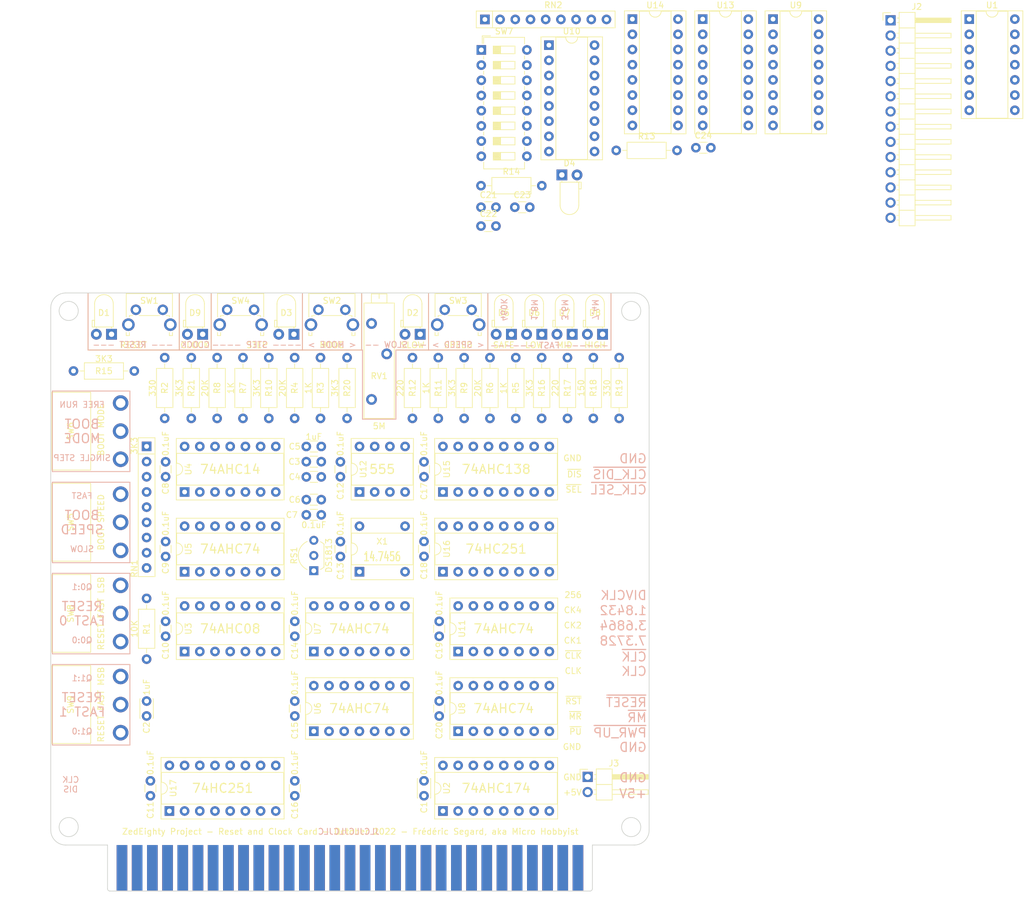
<source format=kicad_pcb>
(kicad_pcb (version 20211014) (generator pcbnew)
  (title_block (title "Clock card") (date "2022-10-23") (rev "1.1") (company "Frédéric Segard, aka Micro Hobbyist"))
  (layers (0 "F.Cu" signal) (31 "B.Cu" signal) (34 "B.Paste" user) (35 "F.Paste" user) (36 "B.SilkS" user "B.Silkscreen") (37 "F.SilkS" user "F.Silkscreen") (38 "B.Mask" user) (39 "F.Mask" user) (44 "Edge.Cuts" user))
  (net 0 "")
  (net 1 "+5V")
  (net 2 "GND")
  (net 3 "Net-(C5-Pad1)")
  (net 4 "Net-(C6-Pad1)")
  (net 5 "Net-(C3-Pad1)")
  (net 6 "Net-(C4-Pad1)")
  (net 7 "Net-(C2-Pad1)")
  (net 8 "Net-(C7-Pad1)")
  (net 9 "Net-(D1-Pad2)")
  (net 10 "Net-(D2-Pad2)")
  (net 11 "Net-(D3-Pad2)")
  (net 12 "Net-(D5-Pad1)")
  (net 13 "Net-(D6-Pad1)")
  (net 14 "Net-(D7-Pad1)")
  (net 15 "Net-(R2-Pad1)")
  (net 16 "/A15")
  (net 17 "/A14")
  (net 18 "/A13")
  (net 19 "/A12")
  (net 20 "/A11")
  (net 21 "/A10")
  (net 22 "/A9")
  (net 23 "/A8")
  (net 24 "/A7")
  (net 25 "/A6")
  (net 26 "/A5")
  (net 27 "/A4")
  (net 28 "/A3")
  (net 29 "/A2")
  (net 30 "/A1")
  (net 31 "/A0")
  (net 32 "/D0")
  (net 33 "/D1")
  (net 34 "/D2")
  (net 35 "/D3")
  (net 36 "/D4")
  (net 37 "/D5")
  (net 38 "/D6")
  (net 39 "/D7")
  (net 40 "/TX")
  (net 41 "/RX")
  (net 42 "/+3V3")
  (net 43 "/~{M1}")
  (net 44 "/~{RESET}")
  (net 45 "/CLK")
  (net 46 "/~{INT}")
  (net 47 "/~{MREQ}")
  (net 48 "/~{WR}")
  (net 49 "/~{RD}")
  (net 50 "/~{IORQ}")
  (net 51 "/~{MR}")
  (net 52 "/CLK2")
  (net 53 "/~{BUSAK}")
  (net 54 "/~{HALT}")
  (net 55 "/~{BUSRQ}")
  (net 56 "/~{WAIT}")
  (net 57 "/~{NMI}")
  (net 58 "/~{CLK_DIS}")
  (net 59 "/~{CLK_SEL}")
  (net 60 "/CLK4")
  (net 61 "/~{PWR_UP}")
  (net 62 "/USER1")
  (net 63 "/USER2")
  (net 64 "/USER3")
  (net 65 "/USER4")
  (net 66 "/~{IORD}")
  (net 67 "/~{IOWR}")
  (net 68 "Net-(R10-Pad1)")
  (net 69 "Net-(U1-Pad12)")
  (net 71 "Net-(U1-Pad2)")
  (net 73 "/CLK256")
  (net 74 "Net-(U2-Pad2)")
  (net 75 "Net-(U2-Pad5)")
  (net 76 "Net-(U2-Pad11)")
  (net 77 "Net-(U2-Pad10)")
  (net 78 "Net-(U2-Pad12)")
  (net 79 "Net-(R3-Pad2)")
  (net 80 "Net-(R5-Pad2)")
  (net 81 "Net-(R7-Pad2)")
  (net 82 "/Clock/FAST")
  (net 83 "Net-(U3-Pad8)")
  (net 84 "Net-(U3-Pad10)")
  (net 86 "Net-(U4-Pad2)")
  (net 87 "Net-(U4-Pad4)")
  (net 88 "Net-(R9-Pad1)")
  (net 89 "Net-(U6-Pad2)")
  (net 90 "Net-(U6-Pad12)")
  (net 91 "Net-(U7-Pad2)")
  (net 92 "Net-(R16-Pad1)")
  (net 93 "Net-(U7-Pad12)")
  (net 96 "Net-(R11-Pad2)")
  (net 97 "Net-(R12-Pad1)")
  (net 98 "/Clock/Yout")
  (net 99 "Net-(R14-Pad1)")
  (net 100 "Net-(U10-Pad2)")
  (net 101 "Net-(R19-Pad1)")
  (net 102 "Net-(R21-Pad1)")
  (net 103 "Net-(RN2-Pad2)")
  (net 104 "Net-(RN2-Pad3)")
  (net 105 "Net-(RN2-Pad4)")
  (net 106 "Net-(RN2-Pad5)")
  (net 107 "Net-(RN2-Pad6)")
  (net 108 "Net-(R18-Pad1)")
  (net 109 "Net-(D4-Pad2)")
  (net 110 "Net-(D8-Pad1)")
  (net 111 "Net-(D9-Pad2)")
  (net 112 "/CLK1")
  (net 113 "/~{CLK}")
  (net 114 "/OSC")
  (net 115 "Net-(RN2-Pad7)")
  (net 116 "/SLOW")
  (net 117 "/STEP")
  (net 118 "Net-(RN2-Pad8)")
  (net 119 "Net-(RN2-Pad9)")
  (net 120 "Net-(U11-Pad2)")
  (net 121 "Net-(U11-Pad5)")
  (net 122 "Net-(U11-Pad12)")
  (net 123 "Net-(U11-Pad9)")
  (net 124 "/Clock/STEP")
  (net 125 "Net-(U5-Pad9)")
  (net 126 "/Clock/R10")
  (net 127 "Net-(R17-Pad1)")
  (net 128 "/Clock/R13")
  (net 129 "/Clock/R9")
  (net 130 "/Clock/R12")
  (net 131 "/Clock/R20")
  (net 132 "/Clock/R24")
  (net 133 "/Clock/R25")
  (net 134 "/Clock/R21")
  (net 135 "/Clock/SLOW")
  (net 136 "Net-(R13-Pad1)")
  (net 137 "Net-(U12-Pad3)")
  (net 138 "/Clock/Q0")
  (net 139 "/Clock/Q1")
  (net 140 "Net-(U9-Pad11)")
  (net 141 "Net-(U9-Pad12)")
  (net 143 "/Clock/FAST{slash}~{SLOW}")
  (net 144 "/Clock/RUN")
  (net 145 "/Clock/STEP{slash}~{RUN}")
  (net 149 "Net-(U11-Pad11)")
  (footprint "Resistor_THT:R_Array_SIP9" (layer "F.Cu") (at 161.94 0.35)
    (fp_text reference "RN2" (at 11.43 -2.4) (layer "F.SilkS"))
    (fp_text value "3K3")
    (pad "1" thru_hole rect (at 0 0) (size 1.6 1.6) (drill 0.8) (layers *.Cu *.Mask) (net 2 "GND"))
    (pad "2" thru_hole oval (at 2.54 0) (size 1.6 1.6) (drill 0.8) (layers *.Cu *.Mask) (net 103 "Net-(RN2-Pad2)"))
    (pad "3" thru_hole oval (at 5.08 0) (size 1.6 1.6) (drill 0.8) (layers *.Cu *.Mask) (net 104 "Net-(RN2-Pad3)"))
    (pad "4" thru_hole oval (at 7.62 0) (size 1.6 1.6) (drill 0.8) (layers *.Cu *.Mask) (net 105 "Net-(RN2-Pad4)"))
    (pad "5" thru_hole oval (at 10.16 0) (size 1.6 1.6) (drill 0.8) (layers *.Cu *.Mask) (net 106 "Net-(RN2-Pad5)"))
    (pad "6" thru_hole oval (at 12.7 0) (size 1.6 1.6) (drill 0.8) (layers *.Cu *.Mask) (net 107 "Net-(RN2-Pad6)"))
    (pad "7" thru_hole oval (at 15.24 0) (size 1.6 1.6) (drill 0.8) (layers *.Cu *.Mask) (net 115 "Net-(RN2-Pad7)"))
    (pad "8" thru_hole oval (at 17.78 0) (size 1.6 1.6) (drill 0.8) (layers *.Cu *.Mask) (net 118 "Net-(RN2-Pad8)"))
    (pad "9" thru_hole oval (at 20.32 0) (size 1.6 1.6) (drill 0.8) (layers *.Cu *.Mask) (net 119 "Net-(RN2-Pad9)"))
  )
  (footprint "Resistor_THT:R_Axial_DIN0207_L6.3mm_D2.5mm_P10.16mm_Horizontal" (layer "F.Cu") (at 184.3786 67.056 90)
    (fp_text reference "R19" (at 5.08 0 90) (layer "F.SilkS"))
    (fp_text value "330" (at 5.08 -2.032 90) (layer "F.SilkS"))
    (pad "1" thru_hole circle (at 0 0 90) (size 1.6 1.6) (drill 0.8) (layers *.Cu *.Mask) (net 101 "Net-(R19-Pad1)"))
    (pad "2" thru_hole oval (at 10.16 0 90) (size 1.6 1.6) (drill 0.8) (layers *.Cu *.Mask) (net 110 "Net-(D8-Pad1)"))
  )
  (footprint "Package_DIP:DIP-14_W7.62mm_Socket" (layer "F.Cu") (at 157.475 106.035 90)
    (fp_text reference "U11" (at 3.81 0.635 90) (layer "F.SilkS"))
    (fp_text value "74AHC74" (at 3.81 7.62 180) (layer "F.SilkS") (effects (font (size 1.5 1.5) (thickness 0.2))))
    (pad "1" thru_hole rect (at 0 0 90) (size 1.6 1.6) (drill 0.8) (layers *.Cu *.Mask) (net 51 "/~{MR}"))
    (pad "2" thru_hole oval (at 0 2.54 90) (size 1.6 1.6) (drill 0.8) (layers *.Cu *.Mask) (net 120 "Net-(U11-Pad2)"))
    (pad "3" thru_hole oval (at 0 5.08 90) (size 1.6 1.6) (drill 0.8) (layers *.Cu *.Mask) (net 149 "Net-(U11-Pad11)"))
    (pad "4" thru_hole oval (at 0 7.62 90) (size 1.6 1.6) (drill 0.8) (layers *.Cu *.Mask) (net 1 "+5V"))
    (pad "5" thru_hole oval (at 0 10.16 90) (size 1.6 1.6) (drill 0.8) (layers *.Cu *.Mask) (net 121 "Net-(U11-Pad5)"))
    (pad "6" thru_hole oval (at 0 12.7 90) (size 1.6 1.6) (drill 0.8) (layers *.Cu *.Mask))
    (pad "7" thru_hole oval (at 0 15.24 90) (size 1.6 1.6) (drill 0.8) (layers *.Cu *.Mask) (net 2 "GND"))
    (pad "8" thru_hole oval (at 7.62 15.24 90) (size 1.6 1.6) (drill 0.8) (layers *.Cu *.Mask))
    (pad "9" thru_hole oval (at 7.62 12.7 90) (size 1.6 1.6) (drill 0.8) (layers *.Cu *.Mask) (net 123 "Net-(U11-Pad9)"))
    (pad "10" thru_hole oval (at 7.62 10.16 90) (size 1.6 1.6) (drill 0.8) (layers *.Cu *.Mask) (net 1 "+5V"))
    (pad "11" thru_hole oval (at 7.62 7.62 90) (size 1.6 1.6) (drill 0.8) (layers *.Cu *.Mask) (net 149 "Net-(U11-Pad11)"))
    (pad "12" thru_hole oval (at 7.62 5.08 90) (size 1.6 1.6) (drill 0.8) (layers *.Cu *.Mask) (net 122 "Net-(U11-Pad12)"))
    (pad "13" thru_hole oval (at 7.62 2.54 90) (size 1.6 1.6) (drill 0.8) (layers *.Cu *.Mask) (net 51 "/~{MR}"))
    (pad "14" thru_hole oval (at 7.62 0 90) (size 1.6 1.6) (drill 0.8) (layers *.Cu *.Mask) (net 1 "+5V"))
  )
  (footprint "LED_THT:LED_D3.0mm_Horizontal_O1.27mm_Z2.0mm_Clear" (layer "F.Cu") (at 174.8 26.35)
    (fp_text reference "D4" (at 1.27 -1.96) (layer "F.SilkS"))
    (fp_text value "~{CLK DIS}")
    (pad "1" thru_hole rect (at 0 0) (size 1.8 1.8) (drill 0.9) (layers *.Cu *.Mask) (net 2 "GND"))
    (pad "2" thru_hole circle (at 2.54 0) (size 1.8 1.8) (drill 0.9) (layers *.Cu *.Mask) (net 109 "Net-(D4-Pad2)"))
  )
  (footprint "Resistor_THT:R_Array_SIP9" (layer "F.Cu") (at 105.41 71.74 -90)
    (fp_text reference "RN1" (at 22.0368 2.0574 90) (layer "F.SilkS") (effects (justify left)))
    (fp_text value "3K3" (at -1.6614 2.0574 90) (layer "F.SilkS") (effects (justify right)))
    (pad "1" thru_hole rect (at 0 0 270) (size 1.6 1.6) (drill 0.8) (layers *.Cu *.Mask) (net 1 "+5V"))
    (pad "2" thru_hole oval (at 2.54 0 270) (size 1.6 1.6) (drill 0.8) (layers *.Cu *.Mask) (net 128 "/Clock/R13"))
    (pad "3" thru_hole oval (at 5.08 0 270) (size 1.6 1.6) (drill 0.8) (layers *.Cu *.Mask) (net 126 "/Clock/R10"))
    (pad "4" thru_hole oval (at 7.62 0 270) (size 1.6 1.6) (drill 0.8) (layers *.Cu *.Mask) (net 129 "/Clock/R9"))
    (pad "5" thru_hole oval (at 10.16 0 270) (size 1.6 1.6) (drill 0.8) (layers *.Cu *.Mask) (net 130 "/Clock/R12"))
    (pad "6" thru_hole oval (at 12.7 0 270) (size 1.6 1.6) (drill 0.8) (layers *.Cu *.Mask) (net 131 "/Clock/R20"))
    (pad "7" thru_hole oval (at 15.24 0 270) (size 1.6 1.6) (drill 0.8) (layers *.Cu *.Mask) (net 132 "/Clock/R24"))
    (pad "8" thru_hole oval (at 17.78 0 270) (size 1.6 1.6) (drill 0.8) (layers *.Cu *.Mask) (net 133 "/Clock/R25"))
    (pad "9" thru_hole oval (at 20.32 0 270) (size 1.6 1.6) (drill 0.8) (layers *.Cu *.Mask) (net 134 "/Clock/R21"))
  )
  (footprint "Package_DIP:DIP-16_W7.62mm_Socket" (layer "F.Cu") (at 186.59 0.3)
    (fp_text reference "U14" (at 3.81 -2.33) (layer "F.SilkS"))
    (fp_text value "74HC40103")
    (pad "1" thru_hole rect (at 0 0) (size 1.6 1.6) (drill 0.8) (layers *.Cu *.Mask) (net 60 "/CLK4"))
    (pad "2" thru_hole oval (at 0 2.54) (size 1.6 1.6) (drill 0.8) (layers *.Cu *.Mask) (net 51 "/~{MR}"))
    (pad "3" thru_hole oval (at 0 5.08) (size 1.6 1.6) (drill 0.8) (layers *.Cu *.Mask) (net 2 "GND"))
    (pad "4" thru_hole oval (at 0 7.62) (size 1.6 1.6) (drill 0.8) (layers *.Cu *.Mask) (net 103 "Net-(RN2-Pad2)"))
    (pad "5" thru_hole oval (at 0 10.16) (size 1.6 1.6) (drill 0.8) (layers *.Cu *.Mask) (net 104 "Net-(RN2-Pad3)"))
    (pad "6" thru_hole oval (at 0 12.7) (size 1.6 1.6) (drill 0.8) (layers *.Cu *.Mask) (net 105 "Net-(RN2-Pad4)"))
    (pad "7" thru_hole oval (at 0 15.24) (size 1.6 1.6) (drill 0.8) (layers *.Cu *.Mask) (net 106 "Net-(RN2-Pad5)"))
    (pad "8" thru_hole oval (at 0 17.78) (size 1.6 1.6) (drill 0.8) (layers *.Cu *.Mask) (net 2 "GND"))
    (pad "9" thru_hole oval (at 7.62 17.78) (size 1.6 1.6) (drill 0.8) (layers *.Cu *.Mask) (net 136 "Net-(R13-Pad1)"))
    (pad "10" thru_hole oval (at 7.62 15.24) (size 1.6 1.6) (drill 0.8) (layers *.Cu *.Mask) (net 107 "Net-(RN2-Pad6)"))
    (pad "11" thru_hole oval (at 7.62 12.7) (size 1.6 1.6) (drill 0.8) (layers *.Cu *.Mask) (net 115 "Net-(RN2-Pad7)"))
    (pad "12" thru_hole oval (at 7.62 10.16) (size 1.6 1.6) (drill 0.8) (layers *.Cu *.Mask) (net 118 "Net-(RN2-Pad8)"))
    (pad "13" thru_hole oval (at 7.62 7.62) (size 1.6 1.6) (drill 0.8) (layers *.Cu *.Mask))
    (pad "14" thru_hole oval (at 7.62 5.08) (size 1.6 1.6) (drill 0.8) (layers *.Cu *.Mask) (net 73 "/CLK256"))
    (pad "15" thru_hole oval (at 7.62 2.54) (size 1.6 1.6) (drill 0.8) (layers *.Cu *.Mask) (net 73 "/CLK256"))
    (pad "16" thru_hole oval (at 7.62 0) (size 1.6 1.6) (drill 0.8) (layers *.Cu *.Mask) (net 1 "+5V"))
  )
  (footprint "Package_DIP:DIP-16_W7.62mm_Socket" (layer "F.Cu") (at 154.93 79.365 90)
    (fp_text reference "U15" (at 3.81 0.645 90) (layer "F.SilkS"))
    (fp_text value "74AHC138" (at 3.81 8.9 180) (layer "F.SilkS") (effects (font (size 1.5 1.5) (thickness 0.2))))
    (pad "1" thru_hole rect (at 0 0 90) (size 1.6 1.6) (drill 0.8) (layers *.Cu *.Mask) (net 138 "/Clock/Q0"))
    (pad "2" thru_hole oval (at 0 2.54 90) (size 1.6 1.6) (drill 0.8) (layers *.Cu *.Mask) (net 139 "/Clock/Q1"))
    (pad "3" thru_hole oval (at 0 5.08 90) (size 1.6 1.6) (drill 0.8) (layers *.Cu *.Mask) (net 2 "GND"))
    (pad "4" thru_hole oval (at 0 7.62 90) (size 1.6 1.6) (drill 0.8) (layers *.Cu *.Mask) (net 2 "GND"))
    (pad "5" thru_hole oval (at 0 10.16 90) (size 1.6 1.6) (drill 0.8) (layers *.Cu *.Mask) (net 145 "/Clock/STEP{slash}~{RUN}"))
    (pad "6" thru_hole oval (at 0 12.7 90) (size 1.6 1.6) (drill 0.8) (layers *.Cu *.Mask) (net 143 "/Clock/FAST{slash}~{SLOW}"))
    (pad "7" thru_hole oval (at 0 15.24 90) (size 1.6 1.6) (drill 0.8) (layers *.Cu *.Mask))
    (pad "8" thru_hole oval (at 0 17.78 90) (size 1.6 1.6) (drill 0.8) (layers *.Cu *.Mask) (net 2 "GND"))
    (pad "9" thru_hole oval (at 7.62 17.78 90) (size 1.6 1.6) (drill 0.8) (layers *.Cu *.Mask))
    (pad "10" thru_hole oval (at 7.62 15.24 90) (size 1.6 1.6) (drill 0.8) (layers *.Cu *.Mask))
    (pad "11" thru_hole oval (at 7.62 12.7 90) (size 1.6 1.6) (drill 0.8) (layers *.Cu *.Mask))
    (pad "12" thru_hole oval (at 7.62 10.16 90) (size 1.6 1.6) (drill 0.8) (layers *.Cu *.Mask) (net 101 "Net-(R19-Pad1)"))
    (pad "13" thru_hole oval (at 7.62 7.62 90) (size 1.6 1.6) (drill 0.8) (layers *.Cu *.Mask) (net 108 "Net-(R18-Pad1)"))
    (pad "14" thru_hole oval (at 7.62 5.08 90) (size 1.6 1.6) (drill 0.8) (layers *.Cu *.Mask) (net 127 "Net-(R17-Pad1)"))
    (pad "15" thru_hole oval (at 7.62 2.54 90) (size 1.6 1.6) (drill 0.8) (layers *.Cu *.Mask) (net 92 "Net-(R16-Pad1)"))
    (pad "16" thru_hole oval (at 7.62 0 90) (size 1.6 1.6) (drill 0.8) (layers *.Cu *.Mask) (net 1 "+5V"))
  )
  (footprint "Capacitor_THT:C_Disc_D3.0mm_W1.6mm_P2.50mm" (layer "F.Cu") (at 154.305 114.32 -90)
    (fp_text reference "C20" (at 4.9076 0 90) (layer "F.SilkS"))
    (fp_text value "0.1uF" (at -3.0426 0 90) (layer "F.SilkS"))
    (pad "1" thru_hole circle (at 0 0 270) (size 1.6 1.6) (drill 0.8) (layers *.Cu *.Mask) (net 1 "+5V"))
    (pad "2" thru_hole circle (at 2.5 0 270) (size 1.6 1.6) (drill 0.8) (layers *.Cu *.Mask) (net 2 "GND"))
  )
  (footprint "Package_DIP:DIP-14_W7.62mm_Socket" (layer "F.Cu") (at 133.35 106.035 90)
    (fp_text reference "U7" (at 3.81 0.64 90) (layer "F.SilkS"))
    (fp_text value "74AHC74" (at 3.81 7.625 180) (layer "F.SilkS") (effects (font (size 1.5 1.5) (thickness 0.2))))
    (pad "1" thru_hole rect (at 0 0 90) (size 1.6 1.6) (drill 0.8) (layers *.Cu *.Mask) (net 1 "+5V"))
    (pad "2" thru_hole oval (at 0 2.54 90) (size 1.6 1.6) (drill 0.8) (layers *.Cu *.Mask) (net 91 "Net-(U7-Pad2)"))
    (pad "3" thru_hole oval (at 0 5.08 90) (size 1.6 1.6) (drill 0.8) (layers *.Cu *.Mask) (net 114 "/OSC"))
    (pad "4" thru_hole oval (at 0 7.62 90) (size 1.6 1.6) (drill 0.8) (layers *.Cu *.Mask) (net 1 "+5V"))
    (pad "5" thru_hole oval (at 0 10.16 90) (size 1.6 1.6) (drill 0.8) (layers *.Cu *.Mask) (net 112 "/CLK1"))
    (pad "6" thru_hole oval (at 0 12.7 90) (size 1.6 1.6) (drill 0.8) (layers *.Cu *.Mask) (net 91 "Net-(U7-Pad2)"))
    (pad "7" thru_hole oval (at 0 15.24 90) (size 1.6 1.6) (drill 0.8) (layers *.Cu *.Mask) (net 2 "GND"))
    (pad "8" thru_hole oval (at 7.62 15.24 90) (size 1.6 1.6) (drill 0.8) (layers *.Cu *.Mask) (net 93 "Net-(U7-Pad12)"))
    (pad "9" thru_hole oval (at 7.62 12.7 90) (size 1.6 1.6) (drill 0.8) (layers *.Cu *.Mask) (net 60 "/CLK4"))
    (pad "10" thru_hole oval (at 7.62 10.16 90) (size 1.6 1.6) (drill 0.8) (layers *.Cu *.Mask) (net 1 "+5V"))
    (pad "11" thru_hole oval (at 7.62 7.62 90) (size 1.6 1.6) (drill 0.8) (layers *.Cu *.Mask) (net 52 "/CLK2"))
    (pad "12" thru_hole oval (at 7.62 5.08 90) (size 1.6 1.6) (drill 0.8) (layers *.Cu *.Mask) (net 93 "Net-(U7-Pad12)"))
    (pad "13" thru_hole oval (at 7.62 2.54 90) (size 1.6 1.6) (drill 0.8) (layers *.Cu *.Mask) (net 1 "+5V"))
    (pad "14" thru_hole oval (at 7.62 0 90) (size 1.6 1.6) (drill 0.8) (layers *.Cu *.Mask) (net 1 "+5V"))
  )
  (footprint "Resistor_THT:R_Axial_DIN0207_L6.3mm_D2.5mm_P10.16mm_Horizontal" (layer "F.Cu") (at 149.8346 56.896 -90)
    (fp_text reference "R12" (at 5.08 0 90) (layer "F.SilkS"))
    (fp_text value "220" (at 5.08 2.032 90) (layer "F.SilkS"))
    (pad "1" thru_hole circle (at 0 0 270) (size 1.6 1.6) (drill 0.8) (layers *.Cu *.Mask) (net 97 "Net-(R12-Pad1)"))
    (pad "2" thru_hole oval (at 10.16 0 270) (size 1.6 1.6) (drill 0.8) (layers *.Cu *.Mask) (net 4 "Net-(C6-Pad1)"))
  )
  (footprint "Capacitor_THT:C_Disc_D3.0mm_W1.6mm_P2.50mm" (layer "F.Cu") (at 130.175 114.32 -90)
    (fp_text reference "C15" (at 4.933 0 90) (layer "F.SilkS"))
    (fp_text value "0.1uF" (at -3.0426 0 90) (layer "F.SilkS"))
    (pad "1" thru_hole circle (at 0 0 270) (size 1.6 1.6) (drill 0.8) (layers *.Cu *.Mask) (net 1 "+5V"))
    (pad "2" thru_hole circle (at 2.5 0 270) (size 1.6 1.6) (drill 0.8) (layers *.Cu *.Mask) (net 2 "GND"))
  )
  (footprint "Resistor_THT:R_Axial_DIN0207_L6.3mm_D2.5mm_P10.16mm_Horizontal" (layer "F.Cu") (at 154.1526 67.056 90)
    (fp_text reference "R11" (at 5.08 0 90) (layer "F.SilkS"))
    (fp_text value "1K" (at 5.08 -2.032 90) (layer "F.SilkS"))
    (pad "1" thru_hole circle (at 0 0 90) (size 1.6 1.6) (drill 0.8) (layers *.Cu *.Mask) (net 1 "+5V"))
    (pad "2" thru_hole oval (at 10.16 0 90) (size 1.6 1.6) (drill 0.8) (layers *.Cu *.Mask) (net 96 "Net-(R11-Pad2)"))
  )
  (footprint "Capacitor_THT:C_Disc_D3.0mm_W2.0mm_P2.50mm" (layer "F.Cu") (at 105.41 114.32 -90)
    (fp_text reference "C2" (at 4.4504 0 90) (layer "F.SilkS"))
    (fp_text value "1uF" (at -2.3314 0 90) (layer "F.SilkS"))
    (pad "1" thru_hole circle (at 0 0 270) (size 1.6 1.6) (drill 0.8) (layers *.Cu *.Mask) (net 7 "Net-(C2-Pad1)"))
    (pad "2" thru_hole circle (at 2.5 0 270) (size 1.6 1.6) (drill 0.8) (layers *.Cu *.Mask) (net 2 "GND"))
  )
  (footprint "Resistor_THT:R_Axial_DIN0207_L6.3mm_D2.5mm_P10.16mm_Horizontal" (layer "F.Cu") (at 130.1496 67.056 90)
    (fp_text reference "R4" (at 5.08 0 90) (layer "F.SilkS"))
    (fp_text value "20K" (at 5.08 -2.032 90) (layer "F.SilkS"))
    (pad "1" thru_hole circle (at 0 0 90) (size 1.6 1.6) (drill 0.8) (layers *.Cu *.Mask) (net 5 "Net-(C3-Pad1)"))
    (pad "2" thru_hole oval (at 10.16 0 90) (size 1.6 1.6) (drill 0.8) (layers *.Cu *.Mask) (net 79 "Net-(R3-Pad2)"))
  )
  (footprint "Resistor_THT:R_Axial_DIN0207_L6.3mm_D2.5mm_P10.16mm_Horizontal" (layer "F.Cu") (at 161.29 28.15)
    (fp_text reference "R14" (at 5.08 -2.37) (layer "F.SilkS"))
    (fp_text value "330")
    (pad "1" thru_hole circle (at 0 0) (size 1.6 1.6) (drill 0.8) (layers *.Cu *.Mask) (net 99 "Net-(R14-Pad1)"))
    (pad "2" thru_hole oval (at 10.16 0) (size 1.6 1.6) (drill 0.8) (layers *.Cu *.Mask) (net 109 "Net-(D4-Pad2)"))
  )
  (footprint "Resistor_THT:R_Axial_DIN0207_L6.3mm_D2.5mm_P10.16mm_Horizontal" (layer "F.Cu") (at 121.5136 67.056 90)
    (fp_text reference "R7" (at 5.08 0 90) (layer "F.SilkS"))
    (fp_text value "1K" (at 5.08 -2.032 90) (layer "F.SilkS"))
    (pad "1" thru_hole circle (at 0 0 90) (size 1.6 1.6) (drill 0.8) (layers *.Cu *.Mask) (net 1 "+5V"))
    (pad "2" thru_hole oval (at 10.16 0 90) (size 1.6 1.6) (drill 0.8) (layers *.Cu *.Mask) (net 81 "Net-(R7-Pad2)"))
  )
  (footprint "Button_Switch_THT:SW_Tactile_SPST_Angled_PTS645Vx58-2LFS" (layer "F.Cu") (at 155.225 48.8963)
    (fp_text reference "SW3" (at 2.25 -1.5253) (layer "F.SilkS"))
    (fp_text value "SPEED" (at 2.255 5.9037) (layer "F.SilkS"))
    (pad "" thru_hole circle (at 5.76 2.49) (size 2.1 2.1) (drill 1.3) (layers *.Cu *.Mask))
    (pad "" thru_hole circle (at -1.25 2.49) (size 2.1 2.1) (drill 1.3) (layers *.Cu *.Mask))
    (pad "1" thru_hole circle (at 0 0) (size 1.75 1.75) (drill 0.99) (layers *.Cu *.Mask) (net 80 "Net-(R5-Pad2)"))
    (pad "2" thru_hole circle (at 4.5 0) (size 1.75 1.75) (drill 0.99) (layers *.Cu *.Mask) (net 2 "GND"))
  )
  (footprint "LED_THT:LED_D3.0mm_Horizontal_O1.27mm_Z2.0mm_Clear" (layer "F.Cu") (at 176.53 52.99 180)
    (fp_text reference "D7" (at 1.27 3.587) (layer "F.SilkS"))
    (fp_text value "MID" (at 1.27 -1.81) (layer "F.SilkS"))
    (pad "1" thru_hole rect (at 0 0 180) (size 1.8 1.8) (drill 0.9) (layers *.Cu *.Mask) (net 14 "Net-(D7-Pad1)"))
    (pad "2" thru_hole circle (at 2.54 0 180) (size 1.8 1.8) (drill 0.9) (layers *.Cu *.Mask) (net 1 "+5V"))
  )
  (footprint "Capacitor_THT:C_Disc_D3.0mm_W1.6mm_P2.50mm" (layer "F.Cu") (at 132.1 74.295)
    (fp_text reference "C3" (at -2.0012 0) (layer "F.SilkS"))
    (fp_text value "1uF")
    (pad "1" thru_hole circle (at 0 0) (size 1.6 1.6) (drill 0.8) (layers *.Cu *.Mask) (net 5 "Net-(C3-Pad1)"))
    (pad "2" thru_hole circle (at 2.5 0) (size 1.6 1.6) (drill 0.8) (layers *.Cu *.Mask) (net 2 "GND"))
  )
  (footprint "Package_DIP:DIP-14_W7.62mm_Socket" (layer "F.Cu") (at 111.76 92.7 90)
    (fp_text reference "U5" (at 3.81 0.635 90) (layer "F.SilkS"))
    (fp_text value "74AHC74" (at 3.81 7.625 180) (layer "F.SilkS") (effects (font (size 1.5 1.5) (thickness 0.2))))
    (pad "1" thru_hole rect (at 0 0 90) (size 1.6 1.6) (drill 0.8) (layers *.Cu *.Mask) (net 128 "/Clock/R13"))
    (pad "2" thru_hole oval (at 0 2.54 90) (size 1.6 1.6) (drill 0.8) (layers *.Cu *.Mask) (net 100 "Net-(U10-Pad2)"))
    (pad "3" thru_hole oval (at 0 5.08 90) (size 1.6 1.6) (drill 0.8) (layers *.Cu *.Mask) (net 86 "Net-(U4-Pad2)"))
    (pad "4" thru_hole oval (at 0 7.62 90) (size 1.6 1.6) (drill 0.8) (layers *.Cu *.Mask) (net 126 "/Clock/R10"))
    (pad "5" thru_hole oval (at 0 10.16 90) (size 1.6 1.6) (drill 0.8) (layers *.Cu *.Mask) (net 68 "Net-(R10-Pad1)"))
    (pad "6" thru_hole oval (at 0 12.7 90) (size 1.6 1.6) (drill 0.8) (layers *.Cu *.Mask) (net 100 "Net-(U10-Pad2)"))
    (pad "7" thru_hole oval (at 0 15.24 90) (size 1.6 1.6) (drill 0.8) (layers *.Cu *.Mask) (net 2 "GND"))
    (pad "8" thru_hole oval (at 7.62 15.24 90) (size 1.6 1.6) (drill 0.8) (layers *.Cu *.Mask) (net 88 "Net-(R9-Pad1)"))
    (pad "9" thru_hole oval (at 7.62 12.7 90) (size 1.6 1.6) (drill 0.8) (layers *.Cu *.Mask) (net 125 "Net-(U5-Pad9)"))
    (pad "10" thru_hole oval (at 7.62 10.16 90) (size 1.6 1.6) (drill 0.8) (layers *.Cu *.Mask) (net 129 "/Clock/R9"))
    (pad "11" thru_hole oval (at 7.62 7.62 90) (size 1.6 1.6) (drill 0.8) (layers *.Cu *.Mask) (net 87 "Net-(U4-Pad4)"))
    (pad "12" thru_hole oval (at 7.62 5.08 90) (size 1.6 1.6) (drill 0.8) (layers *.Cu *.Mask) (net 88 "Net-(R9-Pad1)"))
    (pad "13" thru_hole oval (at 7.62 2.54 90) (size 1.6 1.6) (drill 0.8) (layers *.Cu *.Mask) (net 130 "/Clock/R12"))
    (pad "14" thru_hole oval (at 7.62 0 90) (size 1.6 1.6) (drill 0.8) (layers *.Cu *.Mask) (net 1 "+5V"))
  )
  (footprint "0_Z80_Library:Microswitch_4.7mm_spacing" (layer "F.Cu") (at 101.0686 99.6696 90)
    (fp_text reference "SW8" (at 0 -8.3586 90 unlocked) (layer "F.SilkS"))
    (fp_text value "RESET FAST LSB" (at 0 -3.2786 90 unlocked) (layer "F.SilkS"))
    (pad "1" thru_hole circle (at -4.7 0 90) (size 2.6 2.6) (drill 1.6) (layers *.Cu *.Mask) (net 132 "/Clock/R24"))
    (pad "2" thru_hole circle (at 0 0 90) (size 2.6 2.6) (drill 1.6) (layers *.Cu *.Mask) (net 51 "/~{MR}"))
    (pad "3" thru_hole circle (at 4.7 0 90) (size 2.6 2.6) (drill 1.6) (layers *.Cu *.Mask) (net 131 "/Clock/R20"))
  )
  (footprint "Connector_PinHeader_2.54mm:PinHeader_1x14_P2.54mm_Horizontal" (layer "F.Cu") (at 229.73 0.5)
    (fp_text reference "J2" (at 4.385 -2.27) (layer "F.SilkS"))
    (fp_text value "RST/CLK TP")
    (pad "1" thru_hole rect (at 0 0) (size 1.7 1.7) (drill 1) (layers *.Cu *.Mask) (net 61 "/~{PWR_UP}"))
    (pad "2" thru_hole oval (at 0 2.54) (size 1.7 1.7) (drill 1) (layers *.Cu *.Mask) (net 51 "/~{MR}"))
    (pad "3" thru_hole oval (at 0 5.08) (size 1.7 1.7) (drill 1) (layers *.Cu *.Mask) (net 44 "/~{RESET}"))
    (pad "4" thru_hole oval (at 0 7.62) (size 1.7 1.7) (drill 1) (layers *.Cu *.Mask) (net 45 "/CLK"))
    (pad "5" thru_hole oval (at 0 10.16) (size 1.7 1.7) (drill 1) (layers *.Cu *.Mask) (net 113 "/~{CLK}"))
    (pad "6" thru_hole oval (at 0 12.7) (size 1.7 1.7) (drill 1) (layers *.Cu *.Mask) (net 112 "/CLK1"))
    (pad "7" thru_hole oval (at 0 15.24) (size 1.7 1.7) (drill 1) (layers *.Cu *.Mask) (net 52 "/CLK2"))
    (pad "8" thru_hole oval (at 0 17.78) (size 1.7 1.7) (drill 1) (layers *.Cu *.Mask) (net 60 "/CLK4"))
    (pad "9" thru_hole oval (at 0 20.32) (size 1.7 1.7) (drill 1) (layers *.Cu *.Mask) (net 73 "/CLK256"))
    (pad "10" thru_hole oval (at 0 22.86) (size 1.7 1.7) (drill 1) (layers *.Cu *.Mask) (net 116 "/SLOW"))
    (pad "11" thru_hole oval (at 0 25.4) (size 1.7 1.7) (drill 1) (layers *.Cu *.Mask) (net 117 "/STEP"))
    (pad "12" thru_hole oval (at 0 27.94) (size 1.7 1.7) (drill 1) (layers *.Cu *.Mask) (net 59 "/~{CLK_SEL}"))
    (pad "13" thru_hole oval (at 0 30.48) (size 1.7 1.7) (drill 1) (layers *.Cu *.Mask) (net 58 "/~{CLK_DIS}"))
    (pad "14" thru_hole oval (at 0 33.02) (size 1.7 1.7) (drill 1) (layers *.Cu *.Mask) (net 2 "GND"))
  )
  (footprint "Button_Switch_THT:SW_Tactile_SPST_Angled_PTS645Vx58-2LFS" (layer "F.Cu") (at 118.872 48.8963)
    (fp_text reference "SW4" (at 2.25 -1.5266) (layer "F.SilkS"))
    (fp_text value "STEP")
    (pad "" thru_hole circle (at -1.25 2.49) (size 2.1 2.1) (drill 1.3) (layers *.Cu *.Mask))
    (pad "" thru_hole circle (at 5.76 2.49) (size 2.1 2.1) (drill 1.3) (layers *.Cu *.Mask))
    (pad "1" thru_hole circle (at 0 0) (size 1.75 1.75) (drill 0.99) (layers *.Cu *.Mask) (net 81 "Net-(R7-Pad2)"))
    (pad "2" thru_hole circle (at 4.5 0) (size 1.75 1.75) (drill 0.99) (layers *.Cu *.Mask) (net 2 "GND"))
  )
  (footprint "Package_DIP:DIP-14_W7.62mm_Socket" (layer "F.Cu") (at 111.76 106.035 90)
    (fp_text reference "U3" (at 3.81 0.635 90) (layer "F.SilkS"))
    (fp_text value "74AHC08" (at 3.81 7.625 180) (layer "F.SilkS") (effects (font (size 1.5 1.5) (thickness 0.2))))
    (pad "1" thru_hole rect (at 0 0 90) (size 1.6 1.6) (drill 0.8) (layers *.Cu *.Mask) (net 120 "Net-(U11-Pad2)"))
    (pad "2" thru_hole oval (at 0 2.54 90) (size 1.6 1.6) (drill 0.8) (layers *.Cu *.Mask) (net 121 "Net-(U11-Pad5)"))
    (pad "3" thru_hole oval (at 0 5.08 90) (size 1.6 1.6) (drill 0.8) (layers *.Cu *.Mask) (net 122 "Net-(U11-Pad12)"))
    (pad "4" thru_hole oval (at 0 7.62 90) (size 1.6 1.6) (drill 0.8) (layers *.Cu *.Mask) (net 123 "Net-(U11-Pad9)"))
    (pad "5" thru_hole oval (at 0 10.16 90) (size 1.6 1.6) (drill 0.8) (layers *.Cu *.Mask) (net 98 "/Clock/Yout"))
    (pad "6" thru_hole oval (at 0 12.7 90) (size 1.6 1.6) (drill 0.8) (layers *.Cu *.Mask) (net 82 "/Clock/FAST"))
    (pad "7" thru_hole oval (at 0 15.24 90) (size 1.6 1.6) (drill 0.8) (layers *.Cu *.Mask) (net 2 "GND"))
    (pad "8" thru_hole oval (at 7.62 15.24 90) (size 1.6 1.6) (drill 0.8) (layers *.Cu *.Mask) (net 83 "Net-(U3-Pad8)"))
    (pad "9" thru_hole oval (at 7.62 12.7 90) (size 1.6 1.6) (drill 0.8) (layers *.Cu *.Mask) (net 98 "/Clock/Yout"))
    (pad "10" thru_hole oval (at 7.62 10.16 90) (size 1.6 1.6) (drill 0.8) (layers *.Cu *.Mask) (net 84 "Net-(U3-Pad10)"))
    (pad "11" thru_hole oval (at 7.62 7.62 90) (size 1.6 1.6) (drill 0.8) (layers *.Cu *.Mask))
    (pad "12" thru_hole oval (at 7.62 5.08 90) (size 1.6 1.6) (drill 0.8) (layers *.Cu *.Mask) (net 1 "+5V"))
    (pad "13" thru_hole oval (at 7.62 2.54 90) (size 1.6 1.6) (drill 0.8) (layers *.Cu *.Mask) (net 1 "+5V"))
    (pad "14" thru_hole oval (at 7.62 0 90) (size 1.6 1.6) (drill 0.8) (layers *.Cu *.Mask) (net 1 "+5V"))
  )
  (footprint "Resistor_THT:R_Axial_DIN0207_L6.3mm_D2.5mm_P10.16mm_Horizontal" (layer "F.Cu") (at 171.4246 67.056 90)
    (fp_text reference "R16" (at 5.08 0 90) (layer "F.SilkS"))
    (fp_text value "3K3" (at 5.08 -2.032 90) (layer "F.SilkS"))
    (pad "1" thru_hole circle (at 0 0 90) (size 1.6 1.6) (drill 0.8) (layers *.Cu *.Mask) (net 92 "Net-(R16-Pad1)"))
    (pad "2" thru_hole oval (at 10.16 0 90) (size 1.6 1.6) (drill 0.8) (layers *.Cu *.Mask) (net 12 "Net-(D5-Pad1)"))
  )
  (footprint "Capacitor_THT:C_Disc_D3.0mm_W1.6mm_P2.50mm" (layer "F.Cu") (at 108.585 87.65 -90)
    (fp_text reference "C9" (at 4.4504 0 90) (layer "F.SilkS"))
    (fp_text value "0.1uF" (at -3.0426 0 90) (layer "F.SilkS"))
    (pad "1" thru_hole circle (at 0 0 270) (size 1.6 1.6) (drill 0.8) (layers *.Cu *.Mask) (net 1 "+5V"))
    (pad "2" thru_hole circle (at 2.5 0 270) (size 1.6 1.6) (drill 0.8) (layers *.Cu *.Mask) (net 2 "GND"))
  )
  (footprint "0_Z80_Library:BUS_XT" (layer "F.Cu") (at 139.39 138.39)
    (fp_text reference "J1" hide)
    (fp_text value "BUS 1")
    (fp_line (start -50 -2.5) (end -50 -89.8) (layer "Edge.Cuts") (width 0.12))
    (fp_line (start -40.51 7.3) (end -40.51 0) (layer "Edge.Cuts") (width 0.12))
    (fp_line (start 47.5 0) (end 40.51 0) (layer "Edge.Cuts") (width 0.12))
    (fp_line (start -47.5 0) (end -40.51 0) (layer "Edge.Cuts") (width 0.12))
    (fp_line (start 50 -89.8) (end 50 -2.5) (layer "Edge.Cuts") (width 0.12))
    (fp_line (start -40.11 7.7) (end 40.11 7.7) (layer "Edge.Cuts") (width 0.12))
    (fp_line (start -47.5 -92.3) (end 47.5 -92.3) (layer "Edge.Cuts") (width 0.12))
    (fp_line (start 40.51 7.3) (end 40.51 0) (layer "Edge.Cuts") (width 0.12))
    (fp_arc (start -50 -89.8) (mid -49.267767 -91.567767) (end -47.5 -92.3) (layer "Edge.Cuts") (width 0.12))
    (fp_arc (start -40.11 7.7) (mid -40.392843 7.582843) (end -40.51 7.3) (layer "Edge.Cuts") (width 0.12))
    (fp_arc (start -47.5 0) (mid -49.267767 -0.732233) (end -50 -2.5) (layer "Edge.Cuts") (width 0.12))
    (fp_arc (start 50 -2.5) (mid 49.267767 -0.732233) (end 47.5 0) (layer "Edge.Cuts") (width 0.12))
    (fp_arc (start 40.51 7.3) (mid 40.392843 7.582843) (end 40.11 7.7) (layer "Edge.Cuts") (width 0.12))
    (fp_arc (start 47.5 -92.3) (mid 49.267767 -91.567767) (end 50 -89.8) (layer "Edge.Cuts") (width 0.12))
    (fp_circle (center -47 -89.3) (end -45.4 -89.3) (layer "Edge.Cuts") (width 0.12) (fill none))
    (fp_circle (center 47 -3) (end 48.6 -3) (layer "Edge.Cuts") (width 0.12) (fill none))
    (fp_circle (center -47 -3) (end -45.4 -3) (layer "Edge.Cuts") (width 0.12) (fill none))
    (fp_circle (center 47 -89.3) (end 48.6 -89.3) (layer "Edge.Cuts") (width 0.12) (fill none))
    (pad "1" connect rect locked (at 38.1 3.81) (size 1.78 7.62) (layers "F.Cu" "F.Mask") (net 2 "GND"))
    (pad "2" connect rect locked (at 35.56 3.81) (size 1.78 7.62) (layers "F.Cu" "F.Mask") (net 1 "+5V"))
    (pad "3" connect rect locked (at 33.02 3.81) (size 1.78 7.62) (layers "F.Cu" "F.Mask") (net 16 "/A15"))
    (pad "4" connect rect locked (at 30.48 3.81) (size 1.78 7.62) (layers "F.Cu" "F.Mask") (net 17 "/A14"))
    (pad "5" connect rect locked (at 27.94 3.81) (size 1.78 7.62) (layers "F.Cu" "F.Mask") (net 18 "/A13"))
    (pad "6" connect rect locked (at 25.4 3.81) (size 1.78 7.62) (layers "F.Cu" "F.Mask") (net 19 "/A12"))
    (pad "7" connect rect locked (at 22.86 3.81) (size 1.78 7.62) (layers "F.Cu" "F.Mask") (net 20 "/A11"))
    (pad "8" connect rect locked (at 20.32 3.81) (size 1.78 7.62) (layers "F.Cu" "F.Mask") (net 21 "/A10"))
    (pad "9" connect rect locked (at 17.78 3.81) (size 1.78 7.62) (layers "F.Cu" "F.Mask") (net 22 "/A9"))
    (pad "10" connect rect locked (at 15.24 3.81) (size 1.78 7.62) (layers "F.Cu" "F.Mask") (net 23 "/A8"))
    (pad "11" connect rect locked (at 12.7 3.81) (size 1.78 7.62) (layers "F.Cu" "F.Mask") (net 24 "/A7"))
    (pad "12" connect rect locked (at 10.16 3.81) (size 1.78 7.62) (layers "F.Cu" "F.Mask") (net 25 "/A6"))
    (pad "13" connect rect locked (at 7.62 3.81) (size 1.78 7.62) (layers "F.Cu" "F.Mask") (net 26 "/A5"))
    (pad "14" connect rect locked (at 5.08 3.81) (size 1.78 7.62) (layers "F.Cu" "F.Mask") (net 27 "/A4"))
    (pad "15" connect rect locked (at 2.54 3.81) (size 1.78 7.62) (layers "F.Cu" "F.Mask") (net 28 "/A3"))
    (pad "16" connect rect locked (at 0 3.81) (size 1.78 7.62) (layers "F.Cu" "F.Mask") (net 29 "/A2"))
    (pad "17" connect rect locked (at -2.54 3.81) (size 1.78 7.62) (layers "F.Cu" "F.Mask") (net 30 "/A1"))
    (pad "18" connect rect locked (at -5.08 3.81) (size 1.78 7.62) (layers "F.Cu" "F.Mask") (net 31 "/A0"))
    (pad "19" connect rect locked (at -7.62 3.81) (size 1.78 7.62) (layers "F.Cu" "F.Mask") (net 32 "/D0"))
    (pad "20" connect rect locked (at -10.16 3.81) (size 1.78 7.62) (layers "F.Cu" "F.Mask") (net 33 "/D1"))
    (pad "21" connect rect locked (at -12.7 3.81) (size 1.78 7.62) (layers "F.Cu" "F.Mask") (net 34 "/D2"))
    (pad "22" connect rect locked (at -15.24 3.81) (size 1.78 7.62) (layers "F.Cu" "F.Mask") (net 35 "/D3"))
    (pad "23" connect rect locked (at -17.78 3.81) (size 1.78 7.62) (layers "F.Cu" "F.Mask") (net 36 "/D4"))
    (pad "24" connect rect locked (at -20.32 3.81) (size 1.78 7.62) (layers "F.Cu" "F.Mask") (net 37 "/D5"))
    (pad "25" connect rect locked (at -22.86 3.81) (size 1.78 7.62) (layers "F.Cu" "F.Mask") (net 38 "/D6"))
    (pad "26" connect rect locked (at -25.4 3.81) (size 1.78 7.62) (layers "F.Cu" "F.Mask") (net 39 "/D7"))
    (pad "27" connect rect locked (at -27.94 3.81) (size 1.78 7.62) (layers "F.Cu" "F.Mask") (net 40 "/TX"))
    (pad "28" connect rect locked (at -30.48 3.81) (size 1.78 7.62) (layers "F.Cu" "F.Mask") (net 41 "/RX"))
    (pad "29" connect rect locked (at -33.02 3.81) (size 1.78 7.62) (layers "F.Cu" "F.Mask") (net 42 "/+3V3"))
    (pad "30" connect rect locked (at -35.56 3.81) (size 1.78 7.62) (layers "F.Cu" "F.Mask") (net 1 "+5V"))
    (pad "31" connect rect locked (at -38.1 3.81) (size 1.78 7.62) (layers "F.Cu" "F.Mask") (net 2 "GND"))
    (pad "32" connect rect locked (at 38.1 3.81) (size 1.78 7.62) (layers "B.Cu" "B.Mask") (net 2 "GND"))
    (pad "33" connect rect locked (at 35.56 3.81) (size 1.78 7.62) (layers "B.Cu" "B.Mask") (net 1 "+5V"))
    (pad "34" connect rect locked (at 33.02 3.81) (size 1.78 7.62) (layers "B.Cu" "B.Mask") (net 43 "/~{M1}"))
    (pad "35" connect rect locked (at 30.48 3.81) (size 1.78 7.62) (layers "B.Cu" "B.Mask") (net 44 "/~{RESET}"))
    (pad "36" connect rect locked (at 27.94 3.81) (size 1.78 7.62) (layers "B.Cu" "B.Mask") (net 45 "/CLK"))
    (pad "37" connect rect locked (at 25.4 3.81) (size 1.78 7.62) (layers "B.Cu" "B.Mask") (net 46 "/~{INT}"))
    (pad "38" connect rect locked (at 22.86 3.81) (size 1.78 7.62) (layers "B.Cu" "B.Mask") (net 47 "/~{MREQ}"))
    (pad "39" connect rect locked (at 20.32 3.81) (size 1.78 7.62) (layers "B.Cu" "B.Mask") (net 48 "/~{WR}"))
    (pad "40" connect rect locked (at 17.78 3.81) (size 1.78 7.62) (layers "B.Cu" "B.Mask") (net 49 "/~{RD}"))
    (pad "41" connect rect locked (at 15.24 3.81) (size 1.78 7.62) (layers "B.Cu" "B.Mask") (net 50 "/~{IORQ}"))
    (pad "42" connect rect locked (at 12.7 3.81) (size 1.78 7.62) (layers "B.Cu" "B.Mask") (net 51 "/~{MR}"))
    (pad "43" connect rect locked (at 10.16 3.81) (size 1.78 7.62) (layers "B.Cu" "B.Mask") (net 52 "/CLK2"))
    (pad "44" connect rect locked (at 7.62 3.81) (size 1.78 7.62) (layers "B.Cu" "B.Mask") (net 53 "/~{BUSAK}"))
    (pad "45" connect rect locked (at 5.08 3.81) (size 1.78 7.62) (layers "B.Cu" "B.Mask") (net 54 "/~{HALT}"))
    (pad "46" connect rect locked (at 2.54 3.81) (size 1.78 7.62) (layers "B.Cu" "B.Mask") (net 55 "/~{BUSRQ}"))
    (pad "47" connect rect locked (at 0 3.81) (size 1.78 7.62) (layers "B.Cu" "B.Mask") (net 56 "/~{WAIT}"))
    (pad "48" connect rect locked (at -2.54 3.81) (size 1.78 7.62) (layers "B.Cu" "B.Mask") (net 57 "/~{NMI}"))
    (pad "49" connect rect locked (at -5.08 3.81) (size 1.78 7.62) (layers "B.Cu" "B.Mask") (net 58 "/~{CLK_DIS}"))
    (pad "50" connect rect locked (at -7.62 3.81) (size 1.78 7.62) (layers "B.Cu" "B.Mask") (net 59 "/~{CLK_SEL}"))
    (pad "51" connect rect locked (at -10.16 3.81) (size 1.78 7.62) (layers "B.Cu" "B.Mask") (net 60 "/CLK4"))
    (pad "52" connect rect locked (at -12.7 3.81) (size 1.78 7.62) (layers "B.Cu" "B.Mask") (net 61 "/~{PWR_UP}"))
    (pad "53" connect rect locked (at -15.24 3.81) (size 1.78 7.62) (layers "B.Cu" "B.Mask") (net 62 "/USER1"))
    (pad "54" connect rect locked (at -17.78 3.81) (size 1.78 7.62) (layers "B.Cu" "B.Mask") (net 63 "/USER2"))
    (pad "55" connect rect locked (at -20.32 3.81) (size 1.78 7.62) (layers "B.Cu" "B.Mask") (net 64 "/USER3"))
    (pad "56" connect rect locked (at -22.86 3.81) (size 1.78 7.62) (layers "B.Cu" "B.Mask") (net 65 "/USER4"))
    (pad "57" connect rect locked (at -25.4 3.81) (size 1.78 7.62) (layers "B.Cu" "B.Mask") (net 66 "/~{IORD}"))
    (pad "58" connect rect locked (at -27.94 3.81) (size 1.78 7.62) (layers "B.Cu" "B.Mask") (net 67 "/~{IOWR}"))
    (pad "59" connect rect locked (at -30.48 3.81) (size 1.78 7.62) (layers "B.Cu" "B.Mask") (net 112 "/CLK1"))
    (pad "60" connect rect locked (at -33.02 3.81) (size 1.78 7.62) (layers "B.Cu" "B.Mask") (net 113 "/~{CLK}"))
    (pad "61" connect rect locked (at -35.56 3.81) (size 1.78 7.62) (layers "B.Cu" "B.Mask") (net 1 "+5V"))
    (pad "62" connect rect locked (at -38.1 3.81) (size 1.78 7.62) (layers "B.Cu" "B.Mask") (net 2 "GND"))
  )
  (footprint "Resistor_THT:R_Axial_DIN0207_L6.3mm_D2.5mm_P10.16mm_Horizontal" (layer "F.Cu") (at 134.4676 67.056 90)
    (fp_text reference "R3" (at 5.08 0 90) (layer "F.SilkS"))
    (fp_text value "1K" (at 5.08 -2.032 90) (layer "F.SilkS"))
    (pad "1" thru_hole circle (at 0 0 90) (size 1.6 1.6) (drill 0.8) (layers *.Cu *.Mask) (net 1 "+5V"))
    (pad "2" thru_hole oval (at 10.16 0 90) (size 1.6 1.6) (drill 0.8) (layers *.Cu *.Mask) (net 79 "Net-(R3-Pad2)"))
  )
  (footprint "Capacitor_THT:C_Disc_D3.0mm_W1.6mm_P2.50mm" (layer "F.Cu") (at 132.1 71.755)
    (fp_text reference "C5" (at -1.9504 0) (layer "F.SilkS"))
    (fp_text value "1uF" (at 1.25 -1.6256) (layer "F.SilkS"))
    (pad "1" thru_hole circle (at 0 0) (size 1.6 1.6) (drill 0.8) (layers *.Cu *.Mask) (net 3 "Net-(C5-Pad1)"))
    (pad "2" thru_hole circle (at 2.5 0) (size 1.6 1.6) (drill 0.8) (layers *.Cu *.Mask) (net 2 "GND"))
  )
  (footprint "Resistor_THT:R_Axial_DIN0207_L6.3mm_D2.5mm_P10.16mm_Horizontal" (layer "F.Cu") (at 183.89 22.25)
    (fp_text reference "R13" (at 5.08 -2.37) (layer "F.SilkS"))
    (fp_text value "3K3")
    (pad "1" thru_hole circle (at 0 0) (size 1.6 1.6) (drill 0.8) (layers *.Cu *.Mask) (net 136 "Net-(R13-Pad1)"))
    (pad "2" thru_hole oval (at 10.16 0) (size 1.6 1.6) (drill 0.8) (layers *.Cu *.Mask) (net 1 "+5V"))
  )
  (footprint "Capacitor_THT:C_Disc_D3.0mm_W1.6mm_P2.50mm" (layer "F.Cu") (at 151.765 87.63 -90)
    (fp_text reference "C18" (at 4.9276 0 90) (layer "F.SilkS"))
    (fp_text value "0.1uF" (at -3.048 0 90) (layer "F.SilkS"))
    (pad "1" thru_hole circle (at 0 0 270) (size 1.6 1.6) (drill 0.8) (layers *.Cu *.Mask) (net 1 "+5V"))
    (pad "2" thru_hole circle (at 2.5 0 270) (size 1.6 1.6) (drill 0.8) (layers *.Cu *.Mask) (net 2 "GND"))
  )
  (footprint "0_Z80_Library:Microswitch_4.7mm_spacing" (layer "F.Cu") (at 101.0686 69.1896 90)
    (fp_text reference "SW6" (at 0 -8.3586 90 unlocked) (layer "F.SilkS"))
    (fp_text value "BOOT MODE" (at 0.25 -3.2786 90 unlocked) (layer "F.SilkS"))
    (pad "1" thru_hole circle (at -4.7 0 90) (size 2.6 2.6) (drill 1.6) (layers *.Cu *.Mask) (net 126 "/Clock/R10"))
    (pad "2" thru_hole circle (at 0 0 90) (size 2.6 2.6) (drill 1.6) (layers *.Cu *.Mask) (net 61 "/~{PWR_UP}"))
    (pad "3" thru_hole circle (at 4.7 0 90) (size 2.6 2.6) (drill 1.6) (layers *.Cu *.Mask) (net 128 "/Clock/R13"))
  )
  (footprint "Package_DIP:DIP-16_W7.62mm_Socket" (layer "F.Cu") (at 154.93 132.705 90)
    (fp_text reference "U2" (at 3.81 0.635 90) (layer "F.SilkS"))
    (fp_text value "74AHC174" (at 3.81 8.89 180) (layer "F.SilkS") (effects (font (size 1.5 1.5) (thickness 0.2))))
    (pad "1" thru_hole rect (at 0 0 90) (size 1.6 1.6) (drill 0.8) (layers *.Cu *.Mask) (net 51 "/~{MR}"))
    (pad "2" thru_hole oval (at 0 2.54 90) (size 1.6 1.6) (drill 0.8) (layers *.Cu *.Mask) (net 74 "Net-(U2-Pad2)"))
    (pad "3" thru_hole oval (at 0 5.08 90) (size 1.6 1.6) (drill 0.8) (layers *.Cu *.Mask) (net 51 "/~{MR}"))
    (pad "4" thru_hole oval (at 0 7.62 90) (size 1.6 1.6) (drill 0.8) (layers *.Cu *.Mask) (net 74 "Net-(U2-Pad2)"))
    (pad "5" thru_hole oval (at 0 10.16 90) (size 1.6 1.6) (drill 0.8) (layers *.Cu *.Mask) (net 75 "Net-(U2-Pad5)"))
    (pad "6" thru_hole oval (at 0 12.7 90) (size 1.6 1.6) (drill 0.8) (layers *.Cu *.Mask) (net 75 "Net-(U2-Pad5)"))
    (pad "7" thru_hole oval (at 0 15.24 90) (size 1.6 1.6) (drill 0.8) (layers *.Cu *.Mask) (net 76 "Net-(U2-Pad11)"))
    (pad "8" thru_hole oval (at 0 17.78 90) (size 1.6 1.6) (drill 0.8) (layers *.Cu *.Mask) (net 2 "GND"))
    (pad "9" thru_hole oval (at 7.62 17.78 90) (size 1.6 1.6) (drill 0.8) (layers *.Cu *.Mask) (net 45 "/CLK"))
    (pad "10" thru_hole oval (at 7.62 15.24 90) (size 1.6 1.6) (drill 0.8) (layers *.Cu *.Mask) (net 77 "Net-(U2-Pad10)"))
    (pad "11" thru_hole oval (at 7.62 12.7 90) (size 1.6 1.6) (drill 0.8) (layers *.Cu *.Mask) (net 76 "Net-(U2-Pad11)"))
    (pad "12" thru_hole oval (at 7.62 10.16 90) (size 1.6 1.6) (drill 0.8) (layers *.Cu *.Mask) (net 78 "Net-(U2-Pad12)"))
    (pad "13" thru_hole oval (at 7.62 7.62 90) (size 1.6 1.6) (drill 0.8) (layers *.Cu *.Mask) (net 77 "Net-(U2-Pad10)"))
    (pad "14" thru_hole oval (at 7.62 5.08 90) (size 1.6 1.6) (drill 0.8) (layers *.Cu *.Mask) (net 78 "Net-(U2-Pad12)"))
    (pad "15" thru_hole oval (at 7.62 2.54 90) (size 1.6 1.6) (drill 0.8) (layers *.Cu *.Mask) (net 44 "/~{RESET}"))
    (pad "16" thru_hole oval (at 7.62 0 90) (size 1.6 1.6) (drill 0.8) (layers *.Cu *.Mask) (net 1 "+5V"))
  )
  (footprint "LED_THT:LED_D3.0mm_Horizontal_O1.27mm_Z2.0mm_Clear" (layer "F.Cu") (at 130.028 52.9913 180)
    (fp_text reference "D3" (at 1.27 3.587) (layer "F.SilkS"))
    (fp_text value "STEP" (at 6.128 -1.8087) (layer "F.SilkS"))
    (pad "1" thru_hole rect (at 0 0 180) (size 1.8 1.8) (drill 0.9) (layers *.Cu *.Mask) (net 2 "GND"))
    (pad "2" thru_hole circle (at 2.54 0 180) (size 1.8 1.8) (drill 0.9) (layers *.Cu *.Mask) (net 11 "Net-(D3-Pad2)"))
  )
  (footprint "Package_DIP:DIP-16_W7.62mm_Socket" (layer "F.Cu") (at 210.09 0.3)
    (fp_text reference "U9" (at 3.81 -2.33) (layer "F.SilkS"))
    (fp_text value "74HC112")
    (pad "1" thru_hole rect (at 0 0) (size 1.6 1.6) (drill 0.8) (layers *.Cu *.Mask) (net 135 "/Clock/SLOW"))
    (pad "2" thru_hole oval (at 0 2.54) (size 1.6 1.6) (drill 0.8) (layers *.Cu *.Mask) (net 88 "Net-(R9-Pad1)"))
    (pad "3" thru_hole oval (at 0 5.08) (size 1.6 1.6) (drill 0.8) (layers *.Cu *.Mask) (net 125 "Net-(U5-Pad9)"))
    (pad "4" thru_hole oval (at 0 7.62) (size 1.6 1.6) (drill 0.8) (layers *.Cu *.Mask) (net 1 "+5V"))
    (pad "5" thru_hole oval (at 0 10.16) (size 1.6 1.6) (drill 0.8) (layers *.Cu *.Mask) (net 140 "Net-(U9-Pad11)"))
    (pad "6" thru_hole oval (at 0 12.7) (size 1.6 1.6) (drill 0.8) (layers *.Cu *.Mask) (net 141 "Net-(U9-Pad12)"))
    (pad "7" thru_hole oval (at 0 15.24) (size 1.6 1.6) (drill 0.8) (layers *.Cu *.Mask))
    (pad "8" thru_hole oval (at 0 17.78) (size 1.6 1.6) (drill 0.8) (layers *.Cu *.Mask) (net 2 "GND"))
    (pad "9" thru_hole oval (at 7.62 17.78) (size 1.6 1.6) (drill 0.8) (layers *.Cu *.Mask) (net 143 "/Clock/FAST{slash}~{SLOW}"))
    (pad "10" thru_hole oval (at 7.62 15.24) (size 1.6 1.6) (drill 0.8) (layers *.Cu *.Mask) (net 1 "+5V"))
    (pad "11" thru_hole oval (at 7.62 12.7) (size 1.6 1.6) (drill 0.8) (layers *.Cu *.Mask) (net 140 "Net-(U9-Pad11)"))
    (pad "12" thru_hole oval (at 7.62 10.16) (size 1.6 1.6) (drill 0.8) (layers *.Cu *.Mask) (net 141 "Net-(U9-Pad12)"))
    (pad "13" thru_hole oval (at 7.62 7.62) (size 1.6 1.6) (drill 0.8) (layers *.Cu *.Mask) (net 82 "/Clock/FAST"))
    (pad "14" thru_hole oval (at 7.62 5.08) (size 1.6 1.6) (drill 0.8) (layers *.Cu *.Mask) (net 1 "+5V"))
    (pad "15" thru_hole oval (at 7.62 2.54) (size 1.6 1.6) (drill 0.8) (layers *.Cu *.Mask) (net 1 "+5V"))
    (pad "16" thru_hole oval (at 7.62 0) (size 1.6 1.6) (drill 0.8) (layers *.Cu *.Mask) (net 1 "+5V"))
  )
  (footprint "Package_DIP:DIP-14_W7.62mm_Socket" (layer "F.Cu") (at 133.35 119.37 90)
    (fp_text reference "U6" (at 3.81 0.64 90) (layer "F.SilkS"))
    (fp_text value "74AHC74" (at 3.81 7.625 180) (layer "F.SilkS") (effects (font (size 1.5 1.5) (thickness 0.2))))
    (pad "1" thru_hole rect (at 0 0 90) (size 1.6 1.6) (drill 0.8) (layers *.Cu *.Mask) (net 1 "+5V"))
    (pad "2" thru_hole oval (at 0 2.54 90) (size 1.6 1.6) (drill 0.8) (layers *.Cu *.Mask) (net 89 "Net-(U6-Pad2)"))
    (pad "3" thru_hole oval (at 0 5.08 90) (size 1.6 1.6) (drill 0.8) (layers *.Cu *.Mask) (net 112 "/CLK1"))
    (pad "4" thru_hole oval (at 0 7.62 90) (size 1.6 1.6) (drill 0.8) (layers *.Cu *.Mask) (net 1 "+5V"))
    (pad "5" thru_hole oval (at 0 10.16 90) (size 1.6 1.6) (drill 0.8) (layers *.Cu *.Mask) (net 52 "/CLK2"))
    (pad "6" thru_hole oval (at 0 12.7 90) (size 1.6 1.6) (drill 0.8) (layers *.Cu *.Mask) (net 89 "Net-(U6-Pad2)"))
    (pad "7" thru_hole oval (at 0 15.24 90) (size 1.6 1.6) (drill 0.8) (layers *.Cu *.Mask) (net 2 "GND"))
    (pad "8" thru_hole oval (at 7.62 15.24 90) (size 1.6 1.6) (drill 0.8) (layers *.Cu *.Mask) (net 90 "Net-(U6-Pad12)"))
    (pad "9" thru_hole oval (at 7.62 12.7 90) (size 1.6 1.6) (drill 0.8) (layers *.Cu *.Mask) (net 135 "/Clock/SLOW"))
    (pad "10" thru_hole oval (at 7.62 10.16 90) (size 1.6 1.6) (drill 0.8) (layers *.Cu *.Mask) (net 1 "+5V"))
    (pad "11" thru_hole oval (at 7.62 7.62 90) (size 1.6 1.6) (drill 0.8) (layers *.Cu *.Mask) (net 137 "Net-(U12-Pad3)"))
    (pad "12" thru_hole oval (at 7.62 5.08 90) (size 1.6 1.6) (drill 0.8) (layers *.Cu *.Mask) (net 90 "Net-(U6-Pad12)"))
    (pad "13" thru_hole oval (at 7.62 2.54 90) (size 1.6 1.6) (drill 0.8) (layers *.Cu *.Mask) (net 61 "/~{PWR_UP}"))
    (pad "14" thru_hole oval (at 7.62 0 90) (size 1.6 1.6) (drill 0.8) (layers *.Cu *.Mask) (net 1 "+5V"))
  )
  (footprint "Resistor_THT:R_Axial_DIN0207_L6.3mm_D2.5mm_P10.16mm_Horizontal" (layer "F.Cu") (at 158.4706 67.056 90)
    (fp_text reference "R9" (at 5.08 0 90) (layer "F.SilkS"))
    (fp_text value "3K3" (at 5.08 -2.032 90) (layer "F.SilkS"))
    (pad "1" thru_hole circle (at 0 0 90) (size 1.6 1.6) (drill 0.8) (layers *.Cu *.Mask) (net 88 "Net-(R9-Pad1)"))
    (pad "2" thru_hole oval (at 10.16 0 90) (size 1.6 1.6) (drill 0.8) (layers *.Cu *.Mask) (net 10 "Net-(D2-Pad2)"))
  )
  (footprint "Potentiometer_THT:Potentiometer_Bourns_3006P_Horizontal" (layer "F.Cu") (at 142.997 63.8924 -90)
    (fp_text reference "RV1" (at -3.923 -1.275 180) (layer "F.SilkS"))
    (fp_text value "5M" (at 4.459 -1.275 180) (layer "F.SilkS"))
    (pad "1" thru_hole circle (at 0 0 270) (size 1.8 1.8) (drill 1) (layers *.Cu *.Mask))
    (pad "2" thru_hole circle (at -7.62 -2.54 270) (size 1.8 1.8) (drill 1) (layers *.Cu *.Mask) (net 97 "Net-(R12-Pad1)"))
    (pad "3" thru_hole circle (at -12.7 0 270) (size 1.8 1.8) (drill 1) (layers *.Cu *.Mask) (net 96 "Net-(R11-Pad2)"))
  )
  (footprint "Capacitor_THT:C_Disc_D3.0mm_W1.6mm_P2.50mm" (layer "F.Cu") (at 166.94 31.75)
    (fp_text reference "C23" (at 1.25 -2.05) (layer "F.SilkS"))
    (fp_text value "0.1uF")
    (pad "1" thru_hole circle (at 0 0) (size 1.6 1.6) (drill 0.8) (layers *.Cu *.Mask) (net 1 "+5V"))
    (pad "2" thru_hole circle (at 2.5 0) (size 1.6 1.6) (drill 0.8) (layers *.Cu *.Mask) (net 2 "GND"))
  )
  (footprint "Capacitor_THT:C_Disc_D3.0mm_W1.6mm_P2.50mm" (layer "F.Cu") (at 137.795 87.65 -90)
    (fp_text reference "C13" (at 4.9584 0 90) (layer "F.SilkS"))
    (fp_text value "0.1uF" (at -3.0426 0 90) (layer "F.SilkS"))
    (pad "1" thru_hole circle (at 0 0 270) (size 1.6 1.6) (drill 0.8) (layers *.Cu *.Mask) (net 1 "+5V"))
    (pad "2" thru_hole circle (at 2.5 0 270) (size 1.6 1.6) (drill 0.8) (layers *.Cu *.Mask) (net 2 "GND"))
  )
  (footprint "Capacitor_THT:C_Disc_D3.0mm_W1.6mm_P2.50mm" (layer "F.Cu") (at 108.585 74.315 -90)
    (fp_text reference "C8" (at 4.4758 0 90) (layer "F.SilkS"))
    (fp_text value "0.1uF" (at -3.0426 0 90) (layer "F.SilkS"))
    (pad "1" thru_hole circle (at 0 0 270) (size 1.6 1.6) (drill 0.8) (layers *.Cu *.Mask) (net 1 "+5V"))
    (pad "2" thru_hole circle (at 2.5 0 270) (size 1.6 1.6) (drill 0.8) (layers *.Cu *.Mask) (net 2 "GND"))
  )
  (footprint "Resistor_THT:R_Axial_DIN0207_L6.3mm_D2.5mm_P10.16mm_Horizontal" (layer "F.Cu") (at 162.7886 67.056 90)
    (fp_text reference "R6" (at 5.08 0 90) (layer "F.SilkS"))
    (fp_text value "20K" (at 5.08 -2.032 90) (layer "F.SilkS"))
    (pad "1" thru_hole circle (at 0 0 90) (size 1.6 1.6) (drill 0.8) (layers *.Cu *.Mask) (net 6 "Net-(C4-Pad1)"))
    (pad "2" thru_hole oval (at 10.16 0 90) (size 1.6 1.6) (drill 0.8) (layers *.Cu *.Mask) (net 80 "Net-(R5-Pad2)"))
  )
  (footprint "Resistor_THT:R_Axial_DIN0207_L6.3mm_D2.5mm_P10.16mm_Horizontal" (layer "F.Cu") (at 167.1066 67.056 90)
    (fp_text reference "R5" (at 5.08 0 90) (layer "F.SilkS"))
    (fp_text value "1K" (at 5.08 -2.032 90) (layer "F.SilkS"))
    (pad "1" thru_hole circle (at 0 0 90) (size 1.6 1.6) (drill 0.8) (layers *.Cu *.Mask) (net 1 "+5V"))
    (pad "2" thru_hole oval (at 10.16 0 90) (size 1.6 1.6) (drill 0.8) (layers *.Cu *.Mask) (net 80 "Net-(R5-Pad2)"))
  )
  (footprint "LED_THT:LED_D3.0mm_Horizontal_O1.27mm_Z2.0mm_Clear" (layer "F.Cu") (at 114.777 52.9913 180)
    (fp_text reference "D9" (at 1.27 3.587) (layer "F.SilkS"))
    (fp_text value "CLOCK" (at 1.277 -1.8087) (layer "F.SilkS"))
    (pad "1" thru_hole rect (at 0 0 180) (size 1.8 1.8) (drill 0.9) (layers *.Cu *.Mask) (net 2 "GND"))
    (pad "2" thru_hole circle (at 2.54 0 180) (size 1.8 1.8) (drill 0.9) (layers *.Cu *.Mask) (net 111 "Net-(D9-Pad2)"))
  )
  (footprint "Package_DIP:DIP-16_W7.62mm_Socket" (layer "F.Cu") (at 172.64 4.65)
    (fp_text reference "U10" (at 3.81 -2.33) (layer "F.SilkS"))
    (fp_text value "74HC112")
    (pad "1" thru_hole rect (at 0 0) (size 1.6 1.6) (drill 0.8) (layers *.Cu *.Mask) (net 144 "/Clock/RUN"))
    (pad "2" thru_hole oval (at 0 2.54) (size 1.6 1.6) (drill 0.8) (layers *.Cu *.Mask) (net 100 "Net-(U10-Pad2)"))
    (pad "3" thru_hole oval (at 0 5.08) (size 1.6 1.6) (drill 0.8) (layers *.Cu *.Mask) (net 68 "Net-(R10-Pad1)"))
    (pad "4" thru_hole oval (at 0 7.62) (size 1.6 1.6) (drill 0.8) (layers *.Cu *.Mask) (net 1 "+5V"))
    (pad "5" thru_hole oval (at 0 10.16) (size 1.6 1.6) (drill 0.8) (layers *.Cu *.Mask) (net 145 "/Clock/STEP{slash}~{RUN}"))
    (pad "6" thru_hole oval (at 0 12.7) (size 1.6 1.6) (drill 0.8) (layers *.Cu *.Mask))
    (pad "7" thru_hole oval (at 0 15.24) (size 1.6 1.6) (drill 0.8) (layers *.Cu *.Mask))
    (pad "8" thru_hole oval (at 0 17.78) (size 1.6 1.6) (drill 0.8) (layers *.Cu *.Mask) (net 2 "GND"))
    (pad "9" thru_hole oval (at 7.62 17.78) (size 1.6 1.6) (drill 0.8) (layers *.Cu *.Mask))
    (pad "10" thru_hole oval (at 7.62 15.24) (size 1.6 1.6) (drill 0.8) (layers *.Cu *.Mask) (net 1 "+5V"))
    (pad "11" thru_hole oval (at 7.62 12.7) (size 1.6 1.6) (drill 0.8) (layers *.Cu *.Mask) (net 1 "+5V"))
    (pad "12" thru_hole oval (at 7.62 10.16) (size 1.6 1.6) (drill 0.8) (layers *.Cu *.Mask) (net 1 "+5V"))
    (pad "13" thru_hole oval (at 7.62 7.62) (size 1.6 1.6) (drill 0.8) (layers *.Cu *.Mask) (net 1 "+5V"))
    (pad "14" thru_hole oval (at 7.62 5.08) (size 1.6 1.6) (drill 0.8) (layers *.Cu *.Mask) (net 1 "+5V"))
    (pad "15" thru_hole oval (at 7.62 2.54) (size 1.6 1.6) (drill 0.8) (layers *.Cu *.Mask) (net 1 "+5V"))
    (pad "16" thru_hole oval (at 7.62 0) (size 1.6 1.6) (drill 0.8) (layers *.Cu *.Mask) (net 1 "+5V"))
  )
  (footprint "Capacitor_THT:C_Disc_D3.0mm_W1.6mm_P2.50mm" (layer "F.Cu") (at 132.1 83.185)
    (fp_text reference "C7" (at -2.433 0) (layer "F.SilkS"))
    (fp_text value "0.1uF" (at 1.25 1.7018) (layer "F.SilkS"))
    (pad "1" thru_hole circle (at 0 0) (size 1.6 1.6) (drill 0.8) (layers *.Cu *.Mask) (net 8 "Net-(C7-Pad1)"))
    (pad "2" thru_hole circle (at 2.5 0) (size 1.6 1.6) (drill 0.8) (layers *.Cu *.Mask) (net 2 "GND"))
  )
  (footprint "Button_Switch_THT:SW_Tactile_SPST_Angled_PTS645Vx58-2LFS" (layer "F.Cu") (at 134.123 48.8963)
    (fp_text reference "SW2" (at 2.255 -1.5266) (layer "F.SilkS"))
    (fp_text value "MODE" (at 2.25 5.9037) (layer "F.SilkS"))
    (pad "" thru_hole circle (at 5.76 2.49) (size 2.1 2.1) (drill 1.3) (layers *.Cu *.Mask))
    (pad "" thru_hole circle (at -1.25 2.49) (size 2.1 2.1) (drill 1.3) (layers *.Cu *.Mask))
    (pad "1" thru_hole circle (at 0 0) (size 1.75 1.75) (drill 0.99) (layers *.Cu *.Mask) (net 79 "Net-(R3-Pad2)"))
    (pad "2" thru_hole circle (at 4.5 0) (size 1.75 1.75) (drill 0.99) (layers *.Cu *.Mask) (net 2 "GND"))
  )
  (footprint "Package_DIP:DIP-14_W7.62mm_Socket" (layer "F.Cu") (at 242.88 0.3)
    (fp_text reference "U1" (at 3.81 -2.33) (layer "F.SilkS"))
    (fp_text value "74AHC14")
    (pad "1" thru_hole rect (at 0 0) (size 1.6 1.6) (drill 0.8) (layers *.Cu *.Mask) (net 7 "Net-(C2-Pad1)"))
    (pad "2" thru_hole oval (at 0 2.54) (size 1.6 1.6) (drill 0.8) (layers *.Cu *.Mask) (net 71 "Net-(U1-Pad2)"))
    (pad "3" thru_hole oval (at 0 5.08) (size 1.6 1.6) (drill 0.8) (layers *.Cu *.Mask) (net 71 "Net-(U1-Pad2)"))
    (pad "4" thru_hole oval (at 0 7.62) (size 1.6 1.6) (drill 0.8) (layers *.Cu *.Mask) (net 61 "/~{PWR_UP}"))
    (pad "5" thru_hole oval (at 0 10.16) (size 1.6 1.6) (drill 0.8) (layers *.Cu *.Mask) (net 44 "/~{RESET}"))
    (pad "6" thru_hole oval (at 0 12.7) (size 1.6 1.6) (drill 0.8) (layers *.Cu *.Mask) (net 15 "Net-(R2-Pad1)"))
    (pad "7" thru_hole oval (at 0 15.24) (size 1.6 1.6) (drill 0.8) (layers *.Cu *.Mask) (net 2 "GND"))
    (pad "8" thru_hole oval (at 7.62 15.24) (size 1.6 1.6) (drill 0.8) (layers *.Cu *.Mask))
    (pad "9" thru_hole oval (at 7.62 12.7) (size 1.6 1.6) (drill 0.8) (layers *.Cu *.Mask) (net 1 "+5V"))
    (pad "10" thru_hole oval (at 7.62 10.16) (size 1.6 1.6) (drill 0.8) (layers *.Cu *.Mask) (net 99 "Net-(R14-Pad1)"))
    (pad "11" thru_hole oval (at 7.62 7.62) (size 1.6 1.6) (drill 0.8) (layers *.Cu *.Mask) (net 58 "/~{CLK_DIS}"))
    (pad "12" thru_hole oval (at 7.62 5.08) (size 1.6 1.6) (drill 0.8) (layers *.Cu *.Mask) (net 69 "Net-(U1-Pad12)"))
    (pad "13" thru_hole oval (at 7.62 2.54) (size 1.6 1.6) (drill 0.8) (layers *.Cu *.Mask) (net 58 "/~{CLK_DIS}"))
    (pad "14" thru_hole oval (at 7.62 0) (size 1.6 1.6) (drill 0.8) (layers *.Cu *.Mask) (net 1 "+5V"))
  )
  (footprint "Resistor_THT:R_Axial_DIN0207_L6.3mm_D2.5mm_P10.16mm_Horizontal" (layer "F.Cu") (at 105.41 107.315 90)
    (fp_text reference "R1" (at 5.08 0 90) (layer "F.SilkS"))
    (fp_text value "10K" (at 5.08 -2.032 90) (layer "F.SilkS"))
    (pad "1" thru_hole circle (at 0 0 90) (size 1.6 1.6) (drill 0.8) (layers *.Cu *.Mask) (net 7 "Net-(C2-Pad1)"))
    (pad "2" thru_hole oval (at 10.16 0 90) (size 1.6 1.6) (drill 0.8) (layers *.Cu *.Mask) (net 1 "+5V"))
  )
  (footprint "Capacitor_THT:C_Disc_D3.0mm_W1.6mm_P2.50mm" (layer "F.Cu") (at 161.29 34.9)
    (fp_text reference "C22" (at 1.25 -2.05) (layer "F.SilkS"))
    (fp_text value "0.1uF")
    (pad "1" thru_hole circle (at 0 0) (size 1.6 1.6) (drill 0.8) (layers *.Cu *.Mask) (net 1 "+5V"))
    (pad "2" thru_hole circle (at 2.5 0) (size 1.6 1.6) (drill 0.8) (layers *.Cu *.Mask) (net 2 "GND"))
  )
  (footprint "Capacitor_THT:C_Disc_D3.0mm_W1.6mm_P2.50mm" (layer "F.Cu") (at 106.045 127.655 -90)
    (fp_text reference "C11" (at 4.9076 0 90) (layer "F.SilkS"))
    (fp_text value "0.1uF" (at -3.0426 0 90) (layer "F.SilkS"))
    (pad "1" thru_hole circle (at 0 0 270) (size 1.6 1.6) (drill 0.8) (layers *.Cu *.Mask) (net 1 "+5V"))
    (pad "2" thru_hole circle (at 2.5 0 270) (size 1.6 1.6) (drill 0.8) (layers *.Cu *.Mask) (net 2 "GND"))
  )
  (footprint "Capacitor_THT:C_Disc_D3.0mm_W1.6mm_P2.50mm" (layer "F.Cu") (at 161.29 31.75)
    (fp_text reference "C21" (at 1.25 -2.05) (layer "F.SilkS"))
    (fp_text value "0.1uF")
    (pad "1" thru_hole circle (at 0 0) (size 1.6 1.6) (drill 0.8) (layers *.Cu *.Mask) (net 1 "+5V"))
    (pad "2" thru_hole circle (at 2.5 0) (size 1.6 1.6) (drill 0.8) (layers *.Cu *.Mask) (net 2 "GND"))
  )
  (footprint "Capacitor_THT:C_Disc_D3.0mm_W1.6mm_P2.50mm" (layer "F.Cu") (at 134.6 80.645 180)
    (fp_text reference "C6" (at 4.4504 0) (layer "F.SilkS"))
    (fp_text value "0.1uF")
    (pad "1" thru_hole circle (at 0 0 180) (size 1.6 1.6) (drill 0.8) (layers *.Cu *.Mask) (net 4 "Net-(C6-Pad1)"))
    (pad "2" thru_hole circle (at 2.5 0 180) (size 1.6 1.6) (drill 0.8) (layers *.Cu *.Mask) (net 2 "GND"))
  )
  (footprint "Capacitor_THT:C_Disc_D3.0mm_W1.6mm_P2.50mm" (layer "F.Cu") (at 132.1 76.835)
    (fp_text reference "C4" (at -1.9504 0) (layer "F.SilkS"))
    (fp_text value "1uF")
    (pad "1" thru_hole circle (at 0 0) (size 1.6 1.6) (drill 0.8) (layers *.Cu *.Mask) (net 6 "Net-(C4-Pad1)"))
    (pad "2" thru_hole circle (at 2.5 0) (size 1.6 1.6) (drill 0.8) (layers *.Cu *.Mask) (net 2 "GND"))
  )
  (footprint "Package_DIP:DIP-14_W7.62mm_Socket" (layer "F.Cu") (at 157.475 119.37 90)
    (fp_text reference "U8" (at 3.81 0.635 90) (layer "F.SilkS"))
    (fp_text value "74AHC74" (at 3.81 7.62 180) (layer "F.SilkS") (effects (font (size 1.5 1.5) (thickness 0.2))))
    (pad "1" thru_hole rect (at 0 0 90) (size 1.6 1.6) (drill 0.8) (layers *.Cu *.Mask) (net 132 "/Clock/R24"))
    (pad "2" thru_hole oval (at 0 2.54 90) (size 1.6 1.6) (drill 0.8) (layers *.Cu *.Mask) (net 32 "/D0"))
    (pad "3" thru_hole oval (at 0 5.08 90) (size 1.6 1.6) (drill 0.8) (layers *.Cu *.Mask) (net 120 "Net-(U11-Pad2)"))
    (pad "4" thru_hole oval (at 0 7.62 90) (size 1.6 1.6) (drill 0.8) (layers *.Cu *.Mask) (net 131 "/Clock/R20"))
    (pad "5" thru_hole oval (at 0 10.16 90) (size 1.6 1.6) (drill 0.8) (layers *.Cu *.Mask) (net 138 "/Clock/Q0"))
    (pad "6" thru_hole oval (at 0 12.7 90) (size 1.6 1.6) (drill 0.8) (layers *.Cu *.Mask))
    (pad "7" thru_hole oval (at 0 15.24 90) (size 1.6 1.6) (drill 0.8) (layers *.Cu *.Mask) (net 2 "GND"))
    (pad "8" thru_hole oval (at 7.62 15.24 90) (size 1.6 1.6) (drill 0.8) (layers *.Cu *.Mask))
    (pad "9" thru_hole oval (at 7.62 12.7 90) (size 1.6 1.6) (drill 0.8) (layers *.Cu *.Mask) (net 139 "/Clock/Q1"))
    (pad "10" thru_hole oval (at 7.62 10.16 90) (size 1.6 1.6) (drill 0.8) (layers *.Cu *.Mask) (net 133 "/Clock/R25"))
    (pad "11" thru_hole oval (at 7.62 7.62 90) (size 1.6 1.6) (drill 0.8) (layers *.Cu *.Mask) (net 120 "Net-(U11-Pad2)"))
    (pad "12" thru_hole oval (at 7.62 5.08 90) (size 1.6 1.6) (drill 0.8) (layers *.Cu *.Mask) (net 33 "/D1"))
    (pad "13" thru_hole oval (at 7.62 2.54 90) (size 1.6 1.6) (drill 0.8) (layers *.Cu *.Mask) (net 134 "/Clock/R21"))
    (pad "14" thru_hole oval (at 7.62 0 90) (size 1.6 1.6) (drill 0.8) (layers *.Cu *.Mask) (net 1 "+5V"))
  )
  (footprint "0_Z80_Library:Microswitch_4.7mm_spacing" (layer "F.Cu") (at 101.0686 84.4296 90)
    (fp_text reference "SW5" (at 0 -8.3586 90 unlocked) (layer "F.SilkS"))
    (fp_text value "BOOT SPEED" (at 0 -3.2786 90 unlocked) (layer "F.SilkS"))
    (pad "1" thru_hole circle (at -4.7 0 90) (size 2.6 2.6) (drill 1.6) (layers *.Cu *.Mask) (net 130 "/Clock/R12"))
    (pad "2" thru_hole circle (at 0 0 90) (size 2.6 2.6) (drill 1.6) (layers *.Cu *.Mask) (net 61 "/~{PWR_UP}"))
    (pad "3" thru_hole circle (at 4.7 0 90) (size 2.6 2.6) (drill 1.6) (layers *.Cu *.Mask) (net 129 "/Clock/R9"))
  )
  (footprint "Capacitor_THT:C_Disc_D3.0mm_W1.6mm_P2.50mm" (layer "F.Cu") (at 137.795 74.315 -90)
    (fp_text reference "C12" (at 4.9076 0 90) (layer "F.SilkS"))
    (fp_text value "0.1uF" (at -3.0426 0 90) (layer "F.SilkS"))
    (pad "1" thru_hole circle (at 0 0 270) (size 1.6 1.6) (drill 0.8) (layers *.Cu *.Mask) (net 1 "+5V"))
    (pad "2" thru_hole circle (at 2.5 0 270) (size 1.6 1.6) (drill 0.8) (layers *.Cu *.Mask) (net 2 "GND"))
  )
  (footprint "Capacitor_THT:C_Disc_D3.0mm_W1.6mm_P2.50mm" (layer "F.Cu") (at 130.175 100.985 -90)
    (fp_text reference "C14" (at 4.933 0 90) (layer "F.SilkS"))
    (fp_text value "0.1uF" (at -3.0426 0 90) (layer "F.SilkS"))
    (pad "1" thru_hole circle (at 0 0 270) (size 1.6 1.6) (drill 0.8) (layers *.Cu *.Mask) (net 1 "+5V"))
    (pad "2" thru_hole circle (at 2.5 0 270) (size 1.6 1.6) (drill 0.8) (layers *.Cu *.Mask) (net 2 "GND"))
  )
  (footprint "Resistor_THT:R_Axial_DIN0207_L6.3mm_D2.5mm_P10.16mm_Horizontal" (layer "F.Cu") (at 138.9126 56.896 -90)
    (fp_text reference "R20" (at 5.08 0 90) (layer "F.SilkS"))
    (fp_text value "3K3" (at 5.08 2.032 90) (layer "F.SilkS"))
    (pad "1" thru_hole circle (at 0 0 270) (size 1.6 1.6) (drill 0.8) (layers *.Cu *.Mask) (net 58 "/~{CLK_DIS}"))
    (pad "2" thru_hole oval (at 10.16 0 270) (size 1.6 1.6) (drill 0.8) (layers *.Cu *.Mask) (net 1 "+5V"))
  )
  (footprint "0_Z80_Library:Microswitch_4.7mm_spacing" (layer "F.Cu") (at 101.0686 114.9096 90)
    (fp_text reference "SW9" (at 0 -8.3586 90 unlocked) (layer "F.SilkS"))
    (fp_text value "RESET FAST MSB" (at 0 -3.2786 90 unlocked) (layer "F.SilkS"))
    (pad "1" thru_hole circle (at -4.7 0 90) (size 2.6 2.6) (drill 1.6) (layers *.Cu *.Mask) (net 134 "/Clock/R21"))
    (pad "2" thru_hole circle (at 0 0 90) (size 2.6 2.6) (drill 1.6) (layers *.Cu *.Mask) (net 51 "/~{MR}"))
    (pad "3" thru_hole circle (at 4.7 0 90) (size 2.6 2.6) (drill 1.6) (layers *.Cu *.Mask) (net 133 "/Clock/R25"))
  )
  (footprint "Package_DIP:DIP-16_W7.62mm_Socket" (layer "F.Cu") (at 154.93 92.7 90)
    (fp_text reference "U16" (at 3.81 0.635 90) (layer "F.SilkS"))
    (fp_text value "74HC251" (at 3.81 8.89 180) (layer "F.SilkS") (effects (font (size 1.5 1.5) (thickness 0.2))))
    (pad "1" thru_hole rect (at 0 0 90) (size 1.6 1.6) (drill 0.8) (layers *.Cu *.Mask) (net 112 "/CLK1"))
    (pad "2" thru_hole oval (at 0 2.54 90) (size 1.6 1.6) (drill 0.8) (layers *.Cu *.Mask) (net 52 "/CLK2"))
    (pad "3" thru_hole oval (at 0 5.08 90) (size 1.6 1.6) (drill 0.8) (layers *.Cu *.Mask) (net 60 "/CLK4"))
    (pad "4" thru_hole oval (at 0 7.62 90) (size 1.6 1.6) (drill 0.8) (layers *.Cu *.Mask) (net 73 "/CLK256"))
    (pad "5" thru_hole oval (at 0 10.16 90) (size 1.6 1.6) (drill 0.8) (layers *.Cu *.Mask) (net 98 "/Clock/Yout"))
    (pad "6" thru_hole oval (at 0 12.7 90) (size 1.6 1.6) (drill 0.8) (layers *.Cu *.Mask) (net 149 "Net-(U11-Pad11)"))
    (pad "7" thru_hole oval (at 0 15.24 90) (size 1.6 1.6) (drill 0.8) (layers *.Cu *.Mask) (net 2 "GND"))
    (pad "8" thru_hole oval (at 0 17.78 90) (size 1.6 1.6) (drill 0.8) (layers *.Cu *.Mask) (net 2 "GND"))
    (pad "9" thru_hole oval (at 7.62 17.78 90) (size 1.6 1.6) (drill 0.8) (layers *.Cu *.Mask) (net 2 "GND"))
    (pad "10" thru_hole oval (at 7.62 15.24 90) (size 1.6 1.6) (drill 0.8) (layers *.Cu *.Mask) (net 139 "/Clock/Q1"))
    (pad "11" thru_hole oval (at 7.62 12.7 90) (size 1.6 1.6) (drill 0.8) (layers *.Cu *.Mask) (net 138 "/Clock/Q0"))
    (pad "12" thru_hole oval (at 7.62 10.16 90) (size 1.6 1.6) (drill 0.8) (layers *.Cu *.Mask) (net 2 "GND"))
    (pad "13" thru_hole oval (at 7.62 7.62 90) (size 1.6 1.6) (drill 0.8) (layers *.Cu *.Mask) (net 2 "GND"))
    (pad "14" thru_hole oval (at 7.62 5.08 90) (size 1.6 1.6) (drill 0.8) (layers *.Cu *.Mask) (net 2 "GND"))
    (pad "15" thru_hole oval (at 7.62 2.54 90) (size 1.6 1.6) (drill 0.8) (layers *.Cu *.Mask) (net 2 "GND"))
    (pad "16" thru_hole oval (at 7.62 0 90) (size 1.6 1.6) (drill 0.8) (layers *.Cu *.Mask) (net 1 "+5V"))
  )
  (footprint "Button_Switch_THT:SW_Tactile_SPST_Angled_PTS645Vx58-2LFS" (layer "F.Cu") (at 103.6176 48.8963)
    (fp_text reference "SW1" (at 2.25 -1.524) (layer "F.SilkS"))
    (fp_text value "RESET")
    (pad "" thru_hole circle (at 5.76 2.49) (size 2.1 2.1) (drill 1.3) (layers *.Cu *.Mask))
    (pad "" thru_hole circle (at -1.25 2.49) (size 2.1 2.1) (drill 1.3) (layers *.Cu *.Mask))
    (pad "1" thru_hole circle (at 0 0) (size 1.75 1.75) (drill 0.99) (layers *.Cu *.Mask) (net 51 "/~{MR}"))
    (pad "2" thru_hole circle (at 4.5 0) (size 1.75 1.75) (drill 0.99) (layers *.Cu *.Mask) (net 2 "GND"))
  )
  (footprint "Resistor_THT:R_Axial_DIN0207_L6.3mm_D2.5mm_P10.16mm_Horizontal" (layer "F.Cu") (at 103.3526 59.1312 180)
    (fp_text reference "R15" (at 5.08 0) (layer "F.SilkS"))
    (fp_text value "3K3" (at 5.08 2.032) (layer "F.SilkS"))
    (pad "1" thru_hole circle (at 0 0 180) (size 1.6 1.6) (drill 0.8) (layers *.Cu *.Mask) (net 59 "/~{CLK_SEL}"))
    (pad "2" thru_hole oval (at 10.16 0 180) (size 1.6 1.6) (drill 0.8) (layers *.Cu *.Mask) (net 1 "+5V"))
  )
  (footprint "Capacitor_THT:C_Disc_D3.0mm_W1.6mm_P2.50mm" (layer "F.Cu") (at 130.175 127.655 -90)
    (fp_text reference "C16" (at 4.9584 0 90) (layer "F.SilkS"))
    (fp_text value "0.1uF" (at -3.0426 0 90) (layer "F.SilkS"))
    (pad "1" thru_hole circle (at 0 0 270) (size 1.6 1.6) (drill 0.8) (layers *.Cu *.Mask) (net 1 "+5V"))
    (pad "2" thru_hole circle (at 2.5 0 270) (size 1.6 1.6) (drill 0.8) (layers *.Cu *.Mask) (net 2 "GND"))
  )
  (footprint "Package_TO_SOT_THT:TO-92L_Inline_Wide" (layer "F.Cu") (at 133.35 92.525 90)
    (fp_text reference "RS1" (at 2.54 -3.302 90) (layer "F.SilkS"))
    (fp_text value "DS1813" (at 2.54 2.5146 90) (layer "F.SilkS"))
    (pad "1" thru_hole rect (at 0 0 90) (size 1.5 1.5) (drill 0.8) (layers *.Cu *.Mask) (net 51 "/~{MR}"))
    (pad "2" thru_hole circle (at 2.54 0 90) (size 1.5 1.5) (drill 0.8) (layers *.Cu *.Mask) (net 7 "Net-(C2-Pad1)"))
    (pad "3" thru_hole circle (at 5.08 0 90) (size 1.5 1.5) (drill 0.8) (layers *.Cu *.Mask) (net 2 "GND"))
  )
  (footprint "0_Z80_Library:DIP-8-4_W7.62mm_Oscillator_Socket" (layer "F.Cu") (at 140.98 92.7 90)
    (fp_text reference "X1" (at 5.07 3.8 180) (layer "F.SilkS"))
    (fp_text value "14.7456MHz")
    (pad "1" thru_hole rect (at 0 0 90) (size 1.6 1.6) (drill 0.8) (layers *.Cu *.Mask) (net 1 "+5V"))
    (pad "4" thru_hole oval (at 0 7.62 90) (size 1.6 1.6) (drill 0.8) (layers *.Cu *.Mask) (net 2 "GND"))
    (pad "5" thru_hole oval (at 7.62 7.62 90) (size 1.6 1.6) (drill 0.8) (layers *.Cu *.Mask) (net 114 "/OSC"))
    (pad "8" thru_hole oval (at 7.62 0 90) (size 1.6 1.6) (drill 0.8) (layers *.Cu *.Mask) (net 1 "+5V"))
  )
  (footprint "Resistor_THT:R_Axial_DIN0207_L6.3mm_D2.5mm_P10.16mm_Horizontal" (layer "F.Cu") (at 117.1956 67.056 90)
    (fp_text reference "R8" (at 5.08 0 90) (layer "F.SilkS"))
    (fp_text value "20K" (at 5.08 -2.032 90) (layer "F.SilkS"))
    (pad "1" thru_hole circle (at 0 0 90) (size 1.6 1.6) (drill 0.8) (layers *.Cu *.Mask) (net 3 "Net-(C5-Pad1)"))
    (pad "2" thru_hole oval (at 10.16 0 90) (size 1.6 1.6) (drill 0.8) (layers *.Cu *.Mask) (net 81 "Net-(R7-Pad2)"))
  )
  (footprint "Package_DIP:DIP-16_W7.62mm_Socket" (layer "F.Cu") (at 109.215 132.705 90)
    (fp_text reference "U17" (at 3.81 0.64 90) (layer "F.SilkS"))
    (fp_text value "74HC251" (at 3.81 8.9 180) (layer "F.SilkS") (effects (font (size 1.5 1.5) (thickness 0.2))))
    (pad "1" thru_hole rect (at 0 0 90) (size 1.6 1.6) (drill 0.8) (layers *.Cu *.Mask) (net 124 "/Clock/STEP"))
    (pad "2" thru_hole oval (at 0 2.54 90) (size 1.6 1.6) (drill 0.8) (layers *.Cu *.Mask) (net 124 "/Clock/STEP"))
    (pad "3" thru_hole oval (at 0 5.08 90) (size 1.6 1.6) (drill 0.8) (layers *.Cu *.Mask) (net 82 "/Clock/FAST"))
    (pad "4" thru_hole oval (at 0 7.62 90) (size 1.6 1.6) (drill 0.8) (layers *.Cu *.Mask) (net 135 "/Clock/SLOW"))
    (pad "5" thru_hole oval (at 0 10.16 90) (size 1.6 1.6) (drill 0.8) (layers *.Cu *.Mask) (net 45 "/CLK"))
    (pad "6" thru_hole oval (at 0 12.7 90) (size 1.6 1.6) (drill 0.8) (layers *.Cu *.Mask) (net 113 "/~{CLK}"))
    (pad "7" thru_hole oval (at 0 15.24 90) (size 1.6 1.6) (drill 0.8) (layers *.Cu *.Mask) (net 69 "Net-(U1-Pad12)"))
    (pad "8" thru_hole oval (at 0 17.78 90) (size 1.6 1.6) (drill 0.8) (layers *.Cu *.Mask) (net 2 "GND"))
    (pad "9" thru_hole oval (at 7.62 17.78 90) (size 1.6 1.6) (drill 0.8) (layers *.Cu *.Mask) (net 2 "GND"))
    (pad "10" thru_hole oval (at 7.62 15.24 90) (size 1.6 1.6) (drill 0.8) (layers *.Cu *.Mask) (net 145 "/Clock/STEP{slash}~{RUN}"))
    (pad "11" thru_hole oval (at 7.62 12.7 90) (size 1.6 1.6) (drill 0.8) (layers *.Cu *.Mask) (net 143 "/Clock/FAST{slash}~{SLOW}"))
    (pad "12" thru_hole oval (at 7.62 10.16 90) (size 1.6 1.6) (drill 0.8) (layers *.Cu *.Mask) (net 2 "GND"))
    (pad "13" thru_hole oval (at 7.62 7.62 90) (size 1.6 1.6) (drill 0.8) (layers *.Cu *.Mask) (net 2 "GND"))
    (pad "14" thru_hole oval (at 7.62 5.08 90) (size 1.6 1.6) (drill 0.8) (layers *.Cu *.Mask) (net 2 "GND"))
    (pad "15" thru_hole oval (at 7.62 2.54 90) (size 1.6 1.6) (drill 0.8) (layers *.Cu *.Mask) (net 2 "GND"))
    (pad "16" thru_hole oval (at 7.62 0 90) (size 1.6 1.6) (drill 0.8) (layers *.Cu *.Mask) (net 1 "+5V"))
  )
  (footprint "LED_THT:LED_D3.0mm_Horizontal_O1.27mm_Z2.0mm_Clear" (layer "F.Cu") (at 166.37 52.99 180)
    (fp_text reference "D5" (at 1.27 3.587) (layer "F.SilkS"))
    (fp_text value "SAFE" (at 1.27 -1.81) (layer "F.SilkS"))
    (pad "1" thru_hole rect (at 0 0 180) (size 1.8 1.8) (drill 0.9) (layers *.Cu *.Mask) (net 12 "Net-(D5-Pad1)"))
    (pad "2" thru_hole circle (at 2.54 0 180) (size 1.8 1.8) (drill 0.9) (layers *.Cu *.Mask) (net 1 "+5V"))
  )
  (footprint "LED_THT:LED_D3.0mm_Horizontal_O1.27mm_Z2.0mm_Clear" (layer "F.Cu") (at 171.45 52.99 180)
    (fp_text reference "D6" (at 1.27 3.587) (layer "F.SilkS"))
    (fp_text value "LOW" (at 1.27 -1.81) (layer "F.SilkS"))
    (pad "1" thru_hole rect (at 0 0 180) (size 1.8 1.8) (drill 0.9) (layers *.Cu *.Mask) (net 13 "Net-(D6-Pad1)"))
    (pad "2" thru_hole circle (at 2.54 0 180) (size 1.8 1.8) (drill 0.9) (layers *.Cu *.Mask) (net 1 "+5V"))
  )
  (footprint "Connector_PinHeader_2.54mm:PinHeader_1x02_P2.54mm_Horizontal" (layer "F.Cu") (at 179.115 126.995)
    (fp_text reference "J3" (at 4.385 -2.27) (layer "F.SilkS"))
    (fp_text value "AUX PWR")
    (pad "1" thru_hole rect (at 0 0) (size 1.7 1.7) (drill 1) (layers *.Cu *.Mask) (net 1 "+5V"))
    (pad "2" thru_hole oval (at 0 2.54) (size 1.7 1.7) (drill 1) (layers *.Cu *.Mask) (net 2 "GND"))
  )
  (footprint "Resistor_THT:R_Axial_DIN0207_L6.3mm_D2.5mm_P10.16mm_Horizontal" (layer "F.Cu") (at 112.8776 67.056 90)
    (fp_text reference "R21" (at 5.08 0 90) (layer "F.SilkS"))
    (fp_text value "3K3" (at 5.08 -2.032 90) (layer "F.SilkS"))
    (pad "1" thru_hole circle (at 0 0 90) (size 1.6 1.6) (drill 0.8) (layers *.Cu *.Mask) (net 102 "Net-(R21-Pad1)"))
    (pad "2" thru_hole oval (at 10.16 0 90) (size 1.6 1.6) (drill 0.8) (layers *.Cu *.Mask) (net 111 "Net-(D9-Pad2)"))
  )
  (footprint "LED_THT:LED_D3.0mm_Horizontal_O1.27mm_Z2.0mm_Clear" (layer "F.Cu") (at 181.61 52.99 180)
    (fp_text reference "D8" (at 1.27 3.587) (layer "F.SilkS"))
    (fp_text value "HIGH" (at 1.27 -1.81) (layer "F.SilkS"))
    (pad "1" thru_hole rect (at 0 0 180) (size 1.8 1.8) (drill 0.9) (layers *.Cu *.Mask) (net 110 "Net-(D8-Pad1)"))
    (pad "2" thru_hole circle (at 2.54 0 180) (size 1.8 1.8) (drill 0.9) (layers *.Cu *.Mask) (net 1 "+5V"))
  )
  (footprint "Package_DIP:DIP-14_W7.62mm_Socket" (layer "F.Cu") (at 111.76 79.365 90)
    (fp_text reference "U4" (at 3.81 0.635 90) (layer "F.SilkS"))
    (fp_text value "74AHC14" (at 3.81 7.625 180) (layer "F.SilkS") (effects (font (size 1.5 1.5) (thickness 0.2))))
    (pad "1" thru_hole rect (at 0 0 90) (size 1.6 1.6) (drill 0.8) (layers *.Cu *.Mask) (net 5 "Net-(C3-Pad1)"))
    (pad "2" thru_hole oval (at 0 2.54 90) (size 1.6 1.6) (drill 0.8) (layers *.Cu *.Mask) (net 86 "Net-(U4-Pad2)"))
    (pad "3" thru_hole oval (at 0 5.08 90) (size 1.6 1.6) (drill 0.8) (layers *.Cu *.Mask) (net 6 "Net-(C4-Pad1)"))
    (pad "4" thru_hole oval (at 0 7.62 90) (size 1.6 1.6) (drill 0.8) (layers *.Cu *.Mask) (net 87 "Net-(U4-Pad4)"))
    (pad "5" thru_hole oval (at 0 10.16 90) (size 1.6 1.6) (drill 0.8) (layers *.Cu *.Mask) (net 3 "Net-(C5-Pad1)"))
    (pad "6" thru_hole oval (at 0 12.7 90) (size 1.6 1.6) (drill 0.8) (layers *.Cu *.Mask) (net 124 "/Clock/STEP"))
    (pad "7" thru_hole oval (at 0 15.24 90) (size 1.6 1.6) (drill 0.8) (layers *.Cu *.Mask) (net 2 "GND"))
    (pad "8" thru_hole oval (at 7.62 15.24 90) (size 1.6 1.6) (drill 0.8) (layers *.Cu *.Mask) (net 120 "Net-(U11-Pad2)"))
    (pad "9" thru_hole oval (at 7.62 12.7 90) (size 1.6 1.6) (drill 0.8) (layers *.Cu *.Mask) (net 83 "Net-(U3-Pad8)"))
    (pad "10" thru_hole oval (at 7.62 10.16 90) (size 1.6 1.6) (drill 0.8) (layers *.Cu *.Mask) (net 84 "Net-(U3-Pad10)"))
    (pad "11" thru_hole oval (at 7.62 7.62 90) (size 1.6 1.6) (drill 0.8) (layers *.Cu *.Mask) (net 59 "/~{CLK_SEL}"))
    (pad "12" thru_hole oval (at 7.62 5.08 90) (size 1.6 1.6) (drill 0.8) (layers *.Cu *.Mask) (net 102 "Net-(R21-Pad1)"))
    (pad "13" thru_hole oval (at 7.62 2.54 90) (size 1.6 1.6) (drill 0.8) (layers *.Cu *.Mask) (net 113 "/~{CLK}"))
    (pad "14" thru_hole oval (at 7.62 0 90) (size 1.6 1.6) (drill 0.8) (layers *.Cu *.Mask) (net 1 "+5V"))
  )
  (footprint "Package_DIP:DIP-8_W7.62mm_Socket" (layer "F.Cu") (at 140.985 79.365 90)
    (fp_text reference "U12" (at 3.81 0.625 90) (layer "F.SilkS"))
    (fp_text value "LMC555")
    (pad "1" thru_hole rect (at 0 0 90) (size 1.6 1.6) (drill 0.8) (layers *.Cu *.Mask) (net 2 "GND"))
    (pad "2" thru_hole oval (at 0 2.54 90) (size 1.6 1.6) (drill 0.8) (layers *.Cu *.Mask) (net 4 "Net-(C6-Pad1)"))
    (pad "3" thru_hole oval (at 0 5.08 90) (size 1.6 1.6) (drill 0.8) (layers *.Cu *.Mask) (net 137 "Net-(U12-Pad3)"))
    (pad "4" thru_hole oval (at 0 7.62 90) (size 1.6 1.6) (drill 0.8) (layers *.Cu *.Mask) (net 1 "+5V"))
    (pad "5" thru_hole oval (at 7.62 7.62 90) (size 1.6 1.6) (drill 0.8) (layers *.Cu *.Mask) (net 8 "Net-(C7-Pad1)"))
    (pad "6" thru_hole oval (at 7.62 5.08 90) (size 1.6 1.6) (drill 0.8) (layers *.Cu *.Mask) (net 4 "Net-(C6-Pad1)"))
    (pad "7" thru_hole oval (at 7.62 2.54 90) (size 1.6 1.6) (drill 0.8) (layers *.Cu *.Mask) (net 96 "Net-(R11-Pad2)"))
    (pad "8" thru_hole oval (at 7.62 0 90) (size 1.6 1.6) (drill 0.8) (layers *.Cu *.Mask) (net 1 "+5V"))
  )
  (footprint "Capacitor_THT:C_Disc_D3.0mm_W2.0mm_P2.50mm" (layer "F.Cu") (at 151.765 127.655 -90)
    (fp_text reference "C1" (at 4.4504 0 90) (layer "F.SilkS"))
    (fp_text value "0.1uF" (at -3.0426 0 90) (layer "F.SilkS"))
    (pad "1" thru_hole circle (at 0 0 270) (size 1.6 1.6) (drill 0.8) (layers *.Cu *.Mask) (net 1 "+5V"))
    (pad "2" thru_hole circle (at 2.5 0 270) (size 1.6 1.6) (drill 0.8) (layers *.Cu *.Mask) (net 2 "GND"))
  )
  (footprint "Button_Switch_THT:SW_DIP_SPSTx08_Slide_6.7x21.88mm_W7.62mm_P2.54mm_LowProfile" (layer "F.Cu") (at 161.34 5.45)
    (fp_text reference "SW7" (at 3.81 -3.11) (layer "F.SilkS"))
    (fp_text value "SW_DIP_x08")
    (pad "1" thru_hole rect (at 0 0) (size 1.6 1.6) (drill 0.8) (layers *.Cu *.Mask) (net 1 "+5V"))
    (pad "2" thru_hole oval (at 0 2.54) (size 1.6 1.6) (drill 0.8) (layers *.Cu *.Mask) (net 1 "+5V"))
    (pad "3" thru_hole oval (at 0 5.08) (size 1.6 1.6) (drill 0.8) (layers *.Cu *.Mask) (net 1 "+5V"))
    (pad "4" thru_hole oval (at 0 7.62) (size 1.6 1.6) (drill 0.8) (layers *.Cu *.Mask) (net 1 "+5V"))
    (pad "5" thru_hole oval (at 0 10.16) (size 1.6 1.6) (drill 0.8) (layers *.Cu *.Mask) (net 1 "+5V"))
    (pad "6" thru_hole oval (at 0 12.7) (size 1.6 1.6) (drill 0.8) (layers *.Cu *.Mask) (net 1 "+5V"))
    (pad "7" thru_hole oval (at 0 15.24) (size 1.6 1.6) (drill 0.8) (layers *.Cu *.Mask) (net 1 "+5V"))
    (pad "8" thru_hole oval (at 0 17.78) (size 1.6 1.6) (drill 0.8) (layers *.Cu *.Mask) (net 1 "+5V"))
    (pad "9" thru_hole oval (at 7.62 17.78) (size 1.6 1.6) (drill 0.8) (layers *.Cu *.Mask) (net 119 "Net-(RN2-Pad9)"))
    (pad "10" thru_hole oval (at 7.62 15.24) (size 1.6 1.6) (drill 0.8) (layers *.Cu *.Mask) (net 118 "Net-(RN2-Pad8)"))
    (pad "11" thru_hole oval (at 7.62 12.7) (size 1.6 1.6) (drill 0.8) (layers *.Cu *.Mask) (net 115 "Net-(RN2-Pad7)"))
    (pad "12" thru_hole oval (at 7.62 10.16) (size 1.6 1.6) (drill 0.8) (layers *.Cu *.Mask) (net 107 "Net-(RN2-Pad6)"))
    (pad "13" thru_hole oval (at 7.62 7.62) (size 1.6 1.6) (drill 0.8) (layers *.Cu *.Mask) (net 106 "Net-(RN2-Pad5)"))
    (pad "14" thru_hole oval (at 7.62 5.08) (size 1.6 1.6) (drill 0.8) (layers *.Cu *.Mask) (net 105 "Net-(RN2-Pad4)"))
    (pad "15" thru_hole oval (at 7.62 2.54) (size 1.6 1.6) (drill 0.8) (layers *.Cu *.Mask) (net 104 "Net-(RN2-Pad3)"))
    (pad "16" thru_hole oval (at 7.62 0) (size 1.6 1.6) (drill 0.8) (layers *.Cu *.Mask) (net 103 "Net-(RN2-Pad2)"))
  )
  (footprint "Resistor_THT:R_Axial_DIN0207_L6.3mm_D2.5mm_P10.16mm_Horizontal" (layer "F.Cu") (at 125.8316 67.056 90)
    (fp_text reference "R10" (at 5.08 0 90) (layer "F.SilkS"))
    (fp_text value "3K3" (at 5.08 -2.032 90) (layer "F.SilkS"))
    (pad "1" thru_hole circle (at 0 0 90) (size 1.6 1.6) (drill 0.8) (layers *.Cu *.Mask) (net 68 "Net-(R10-Pad1)"))
    (pad "2" thru_hole oval (at 10.16 0 90) (size 1.6 1.6) (drill 0.8) (layers *.Cu *.Mask) (net 11 "Net-(D3-Pad2)"))
  )
  (footprint "Capacitor_THT:C_Disc_D3.0mm_W1.6mm_P2.50mm" (layer "F.Cu") (at 154.305 100.985 -90)
    (fp_text reference "C19" (at 4.9076 0 90) (layer "F.SilkS"))
    (fp_text value "0.1uF" (at -3.0426 0 90) (layer "F.SilkS"))
    (pad "1" thru_hole circle (at 0 0 270) (size 1.6 1.6) (drill 0.8) (layers *.Cu *.Mask) (net 1 "+5V"))
    (pad "2" thru_hole circle (at 2.5 0 270) (size 1.6 1.6) (drill 0.8) (layers *.Cu *.Mask) (net 2 "GND"))
  )
  (footprint "Resistor_THT:R_Axial_DIN0207_L6.3mm_D2.5mm_P10.16mm_Horizontal" (layer "F.Cu") (at 175.7426 67.056 90)
    (fp_text reference "R17" (at 5.08 0 90) (layer "F.SilkS"))
    (fp_text value "220" (at 5.08 -2.032 90) (layer "F.SilkS"))
    (pad "1" thru_hole circle (at 0 0 90) (size 1.6 1.6) (drill 0.8) (layers *.Cu *.Mask) (net 127 "Net-(R17-Pad1)"))
    (pad "2" thru_hole oval (at 10.16 0 90) (size 1.6 1.6) (drill 0.8) (layers *.Cu *.Mask) (net 13 "Net-(D6-Pad1)"))
  )
  (footprint "Capacitor_THT:C_Disc_D3.0mm_W1.6mm_P2.50mm" (layer "F.Cu") (at 151.765 74.315 -90)
    (fp_text reference "C17" (at 4.933 0 90) (layer "F.SilkS"))
    (fp_text value "0.1uF" (at -3.0426 0 90) (layer "F.SilkS"))
    (pad "1" thru_hole circle (at 0 0 270) (size 1.6 1.6) (drill 0.8) (layers *.Cu *.Mask) (net 1 "+5V"))
    (pad "2" thru_hole circle (at 2.5 0 270) (size 1.6 1.6) (drill 0.8) (layers *.Cu *.Mask) (net 2 "GND"))
  )
  (footprint "Package_DIP:DIP-16_W7.62mm_Socket" (layer "F.Cu") (at 198.34 0.3)
    (fp_text reference "U13" (at 3.81 -2.33) (layer "F.SilkS"))
    (fp_text value "74HC251")
    (pad "1" thru_hole rect (at 0 0) (size 1.6 1.6) (drill 0.8) (layers *.Cu *.Mask) (net 2 "GND"))
    (pad "2" thru_hole oval (at 0 2.54) (size 1.6 1.6) (drill 0.8) (layers *.Cu *.Mask) (net 2 "GND"))
    (pad "3" thru_hole oval (at 0 5.08) (size 1.6 1.6) (drill 0.8) (layers *.Cu *.Mask) (net 82 "/Clock/FAST"))
    (pad "4" thru_hole oval (at 0 7.62) (size 1.6 1.6) (drill 0.8) (layers *.Cu *.Mask) (net 135 "/Clock/SLOW"))
    (pad "5" thru_hole oval (at 0 10.16) (size 1.6 1.6) (drill 0.8) (layers *.Cu *.Mask) (net 144 "/Clock/RUN"))
    (pad "6" thru_hole oval (at 0 12.7) (size 1.6 1.6) (drill 0.8) (layers *.Cu *.Mask))
    (pad "7" thru_hole oval (at 0 15.24) (size 1.6 1.6) (drill 0.8) (layers *.Cu *.Mask) (net 2 "GND"))
    (pad "8" thru_hole oval (at 0 17.78) (size 1.6 1.6) (drill 0.8) (layers *.Cu *.Mask) (net 2 "GND"))
    (pad "9" thru_hole oval (at 7.62 17.78) (size 1.6 1.6) (drill 0.8) (layers *.Cu *.Mask) (net 2 "GND"))
    (pad "10" thru_hole oval (at 7.62 15.24) (size 1.6 1.6) (drill 0.8) (layers *.Cu *.Mask) (net 2 "GND"))
    (pad "11" thru_hole oval (at 7.62 12.7) (size 1.6 1.6) (drill 0.8) (layers *.Cu *.Mask) (net 143 "/Clock/FAST{slash}~{SLOW}"))
    (pad "12" thru_hole oval (at 7.62 10.16) (size 1.6 1.6) (drill 0.8) (layers *.Cu *.Mask) (net 2 "GND"))
    (pad "13" thru_hole oval (at 7.62 7.62) (size 1.6 1.6) (drill 0.8) (layers *.Cu *.Mask) (net 2 "GND"))
    (pad "14" thru_hole oval (at 7.62 5.08) (size 1.6 1.6) (drill 0.8) (layers *.Cu *.Mask) (net 2 "GND"))
    (pad "15" thru_hole oval (at 7.62 2.54) (size 1.6 1.6) (drill 0.8) (layers *.Cu *.Mask) (net 2 "GND"))
    (pad "16" thru_hole oval (at 7.62 0) (size 1.6 1.6) (drill 0.8) (layers *.Cu *.Mask) (net 1 "+5V"))
  )
  (footprint "Capacitor_THT:C_Disc_D3.0mm_W1.6mm_P2.50mm" (layer "F.Cu") (at 197.2 21.8)
    (fp_text reference "C24" (at 1.25 -2.05) (layer "F.SilkS"))
    (fp_text value "0.1uF")
    (pad "1" thru_hole circle (at 0 0) (size 1.6 1.6) (drill 0.8) (layers *.Cu *.Mask) (net 1 "+5V"))
    (pad "2" thru_hole circle (at 2.5 0) (size 1.6 1.6) (drill 0.8) (layers *.Cu *.Mask) (net 2 "GND"))
  )
  (footprint "Capacitor_THT:C_Disc_D3.0mm_W1.6mm_P2.50mm" (layer "F.Cu") (at 108.585 100.985 -90)
    (fp_text reference "C10" (at 4.933 0 90) (layer "F.SilkS"))
    (fp_text value "0.1uF" (at -3.0426 0 90) (layer "F.SilkS"))
    (pad "1" thru_hole circle (at 0 0 270) (size 1.6 1.6) (drill 0.8) (layers *.Cu *.Mask) (net 1 "+5V"))
    (pad "2" thru_hole circle (at 2.5 0 270) (size 1.6 1.6) (drill 0.8) (layers *.Cu *.Mask) (net 2 "GND"))
  )
  (footprint "LED_THT:LED_D3.0mm_Horizontal_O1.27mm_Z2.0mm_Clear" (layer "F.Cu") (at 99.548 52.99 180)
    (fp_text reference "D1" (at 1.27 3.587) (layer "F.SilkS"))
    (fp_text value "RESET" (at -3.652 -1.81) (layer "F.SilkS"))
    (pad "1" thru_hole rect (at 0 0 180) (size 1.8 1.8) (drill 0.9) (layers *.Cu *.Mask) (net 2 "GND"))
    (pad "2" thru_hole circle (at 2.54 0 180) (size 1.8 1.8) (drill 0.9) (layers *.Cu *.Mask) (net 9 "Net-(D1-Pad2)"))
  )
  (footprint "Resistor_THT:R_Axial_DIN0207_L6.3mm_D2.5mm_P10.16mm_Horizontal" (layer "F.Cu") (at 108.4326 67.056 90)
    (fp_text reference "R2" (at 5.08 0 90) (layer "F.SilkS"))
    (fp_text value "330" (at 5.08 -2.032 90) (layer "F.SilkS"))
    (pad "1" thru_hole circle (at 0 0 90) (size 1.6 1.6) (drill 0.8) (layers *.Cu *.Mask) (net 15 "Net-(R2-Pad1)"))
    (pad "2" thru_hole oval (at 10.16 0 90) (size 1.6 1.6) (drill 0.8) (layers *.Cu *.Mask) (net 9 "Net-(D1-Pad2)"))
  )
  (footprint "LED_THT:LED_D3.0mm_Horizontal_O1.27mm_Z2.0mm_Clear" (layer "F.Cu") (at 151.13 52.99 180)
    (fp_text reference "D2" (at 1.27 3.587) (layer "F.SilkS"))
    (fp_text value "SLOW" (at 1.27 -1.81) (layer "F.SilkS"))
    (pad "1" thru_hole rect (at 0 0 180) (size 1.8 1.8) (drill 0.9) (layers *.Cu *.Mask) (net 2 "GND"))
    (pad "2" thru_hole circle (at 2.54 0 180) (size 1.8 1.8) (drill 0.9) (layers *.Cu *.Mask) (net 10 "Net-(D2-Pad2)"))
  )
  (footprint "Resistor_THT:R_Axial_DIN0207_L6.3mm_D2.5mm_P10.16mm_Horizontal" (layer "F.Cu") (at 180.0606 67.056 90)
    (fp_text reference "R18" (at 5.08 0 90) (layer "F.SilkS"))
    (fp_text value "150" (at 5.08 -2.032 90) (layer "F.SilkS"))
    (pad "1" thru_hole circle (at 0 0 90) (size 1.6 1.6) (drill 0.8) (layers *.Cu *.Mask) (net 108 "Net-(R18-Pad1)"))
    (pad "2" thru_hole oval (at 10.16 0 90) (size 1.6 1.6) (drill 0.8) (layers *.Cu *.Mask) (net 14 "Net-(D7-Pad1)"))
  )
  (gr_line (start 152.527 55.626) (end 162.433 55.626) (layer "B.SilkS") (width 0.15))
  (gr_line (start 89.662 62.484) (end 102.616 62.484) (layer "B.SilkS") (width 0.15))
  (gr_line (start 89.662 91.186) (end 89.662 77.724) (layer "B.SilkS") (width 0.15))
  (gr_line (start 147.066 67.183) (end 141.478 67.183) (layer "B.SilkS") (width 0.15))
  (gr_line (start 110.871 55.626) (end 116.205 55.626) (layer "B.SilkS") (width 0.15))
  (gr_line (start 162.433 55.626) (end 162.433 46.2) (layer "B.SilkS") (width 0.15))
  (gr_line (start 102.616 106.426) (end 89.662 106.426) (layer "B.SilkS") (width 0.15))
  (gr_line (start 141.478 55.626) (end 141.351 55.626) (layer "B.SilkS") (width 0.15))
  (gr_line (start 102.616 108.204) (end 102.616 121.666) (layer "B.SilkS") (width 0.15))
  (gr_line (start 89.662 106.426) (end 89.662 92.964) (layer "B.SilkS") (width 0.15))
  (gr_line (start 141.478 67.183) (end 141.478 55.626) (layer "B.SilkS") (width 0.15))
  (gr_line (start 102.616 121.666) (end 89.662 121.666) (layer "B.SilkS") (width 0.15))
  (gr_line (start 131.445 55.626) (end 131.445 46.2) (layer "B.SilkS") (width 0.15))
  (gr_line (start 102.616 62.484) (end 102.616 75.946) (layer "B.SilkS") (width 0.15))
  (gr_line (start 141.351 55.626) (end 141.351 46.2) (layer "B.SilkS") (width 0.15))
  (gr_line (start 102.616 75.946) (end 89.662 75.946) (layer "B.SilkS") (width 0.15))
  (gr_line (start 89.662 92.964) (end 102.616 92.964) (layer "B.SilkS") (width 0.15))
  (gr_line (start 102.616 77.724) (end 102.616 91.186) (layer "B.SilkS") (width 0.15))
  (gr_line (start 183.007 55.626) (end 183.007 46.2) (layer "B.SilkS") (width 0.15))
  (gr_line (start 89.662 121.666) (end 89.662 108.204) (layer "B.SilkS") (width 0.15))
  (gr_line (start 147.066 55.626) (end 147.066 67.183) (layer "B.SilkS") (width 0.15))
  (gr_line (start 89.662 108.204) (end 102.616 108.204) (layer "B.SilkS") (width 0.15))
  (gr_line (start 147.066 55.626) (end 152.527 55.626) (layer "B.SilkS") (width 0.15))
  (gr_line (start 162.433 55.626) (end 183.007 55.626) (layer "B.SilkS") (width 0.15))
  (gr_line (start 89.662 77.724) (end 102.616 77.724) (layer "B.SilkS") (width 0.15))
  (gr_line (start 89.662 75.946) (end 89.662 62.484) (layer "B.SilkS") (width 0.15))
  (gr_line (start 152.527 55.626) (end 152.527 46.2) (layer "B.SilkS") (width 0.15))
  (gr_line (start 102.616 92.964) (end 102.616 106.426) (layer "B.SilkS") (width 0.15))
  (gr_line (start 95.631 46.2) (end 95.631 55.626) (layer "B.SilkS") (width 0.15))
  (gr_line (start 131.445 55.626) (end 141.351 55.626) (layer "B.SilkS") (width 0.15))
  (gr_line (start 95.631 55.626) (end 110.871 55.626) (layer "B.SilkS") (width 0.15))
  (gr_line (start 110.871 55.626) (end 110.871 46.2) (layer "B.SilkS") (width 0.15))
  (gr_line (start 116.205 55.626) (end 131.445 55.626) (layer "B.SilkS") (width 0.15))
  (gr_line (start 116.205 55.626) (end 116.205 46.2) (layer "B.SilkS") (width 0.15))
  (gr_line (start 102.616 91.186) (end 89.662 91.186) (layer "B.SilkS") (width 0.15))
  (gr_line (start 152.527 55.626) (end 162.433 55.626) (layer "F.SilkS") (width 0.15))
  (gr_line (start 162.433 55.626) (end 162.433 46.2) (layer "F.SilkS") (width 0.15))
  (gr_line (start 183.007 55.626) (end 183.007 46.2) (layer "F.SilkS") (width 0.15))
  (gr_line (start 116.205 55.626) (end 131.445 55.626) (layer "F.SilkS") (width 0.15))
  (gr_line (start 95.631 55.626) (end 95.631 46.2) (layer "F.SilkS") (width 0.15))
  (gr_line (start 147.193 55.626) (end 152.527 55.626) (layer "F.SilkS") (width 0.15))
  (gr_line (start 162.433 55.626) (end 183.007 55.626) (layer "F.SilkS") (width 0.15))
  (gr_line (start 110.871 46.2) (end 110.871 55.626) (layer "F.SilkS") (width 0.15))
  (gr_line (start 110.871 55.626) (end 116.205 55.626) (layer "F.SilkS") (width 0.15))
  (gr_line (start 131.445 55.626) (end 131.445 46.2) (layer "F.SilkS") (width 0.15))
  (gr_line (start 141.351 55.626) (end 141.351 46.2) (layer "F.SilkS") (width 0.15))
  (gr_line (start 152.527 55.626) (end 152.527 46.2) (layer "F.SilkS") (width 0.15))
  (gr_line (start 131.445 55.626) (end 141.351 55.626) (layer "F.SilkS") (width 0.15))
  (gr_line (start 110.871 55.626) (end 95.631 55.626) (layer "F.SilkS") (width 0.15))
  (gr_line (start 116.205 55.626) (end 116.205 46.2) (layer "F.SilkS") (width 0.15))
  (gr_text "+5V" (at 189.103 129.794) (layer "B.SilkS") (effects (font (size 1.5 1.5) (thickness 0.2)) (justify left mirror)))
  (gr_text "Q0:0" (at 94.615 104.14) (layer "B.SilkS") (effects (font (size 1 1)) (justify mirror)))
  (gr_text "Q0:1" (at 94.615 95.25) (layer "B.SilkS") (effects (font (size 1 1)) (justify mirror)))
  (gr_text "< SPEED >" (at 157.48 54.737) (layer "B.SilkS") (effects (font (size 1 1)) (justify mirror)))
  (gr_text "~{CLK_SEL}" (at 189.103 78.994) (layer "B.SilkS") (effects (font (size 1.5 1.5) (thickness 0.2)) (justify left mirror)))
  (gr_text "FAST" (at 94.615 80.01) (layer "B.SilkS") (effects (font (size 1 1)) (justify mirror)))
  (gr_text "DIVCLK" (at 189.103 96.647) (layer "B.SilkS") (effects (font (size 1.5 1.5) (thickness 0.2)) (justify left mirror)))
  (gr_text "FREE RUN" (at 94.615 64.77) (layer "B.SilkS") (effects (font (size 1 1)) (justify mirror)))
  (gr_text "RESET\nFAST 1" (at 94.615 114.935) (layer "B.SilkS") (effects (font (size 1.5 1.5) (thickness 0.2)) (justify mirror)))
  (gr_text "7.4M" (at 180.34 48.895 270) (layer "B.SilkS") (effects (font (size 1 1)) (justify mirror)))
  (gr_text "CLOCK" (at 113.538 54.737) (layer "B.SilkS") (effects (font (size 1 1)) (justify mirror)))
  (gr_text "~{CLK}" (at 189.103 106.934) (layer "B.SilkS") (effects (font (size 1.5 1.5) (thickness 0.2)) (justify left mirror)))
  (gr_text "-- SLOW --" (at 147.066 54.737) (layer "B.SilkS") (effects (font (size 1 1)) (justify mirror)))
  (gr_text "Q1:0" (at 94.615 119.38) (layer "B.SilkS") (effects (font (size 1 1)) (justify mirror)))
  (gr_text "< MODE >" (at 136.398 54.737) (layer "B.SilkS") (effects (font (size 1 1)) (justify mirror)))
  (gr_text "------ FAST ------" (at 172.72 54.864) (layer "B.SilkS") (effects (font (size 1 1)) (justify mirror)))
  (gr_text "BOOT\nMODE" (at 94.615 69.215) (layer "B.SilkS") (effects (font (size 1.5 1.5) (thickness 0.2)) (justify mirror)))
  (gr_text "3.6864" (at 189.103 101.727) (layer "B.SilkS") (effects (font (size 1.5 1.5) (thickness 0.2)) (justify left mirror)))
  (gr_text "~{PWR_UP}" (at 189.103 119.634) (layer "B.SilkS") (effects (font (size 1.5 1.5) (thickness 0.2)) (justify left mirror)))
  (gr_text "~{CLK_DIS}" (at 189.103 76.454) (layer "B.SilkS") (effects (font (size 1.5 1.5) (thickness 0.2)) (justify left mirror)))
  (gr_text "RESET\nFAST 0" (at 94.615 99.695) (layer "B.SilkS") (effects (font (size 1.5 1.5) (thickness 0.2)) (justify mirror)))
  (gr_text "GND" (at 189.103 127.127) (layer "B.SilkS") (effects (font (size 1.5 1.5) (thickness 0.2)) (justify left mirror)))
  (gr_text "--- RESET ---" (at 103.124 54.737) (layer "B.SilkS") (effects (font (size 1 1)) (justify mirror)))
  (gr_text "---- STEP ----" (at 123.825 54.737) (layer "B.SilkS") (effects (font (size 1 1)) (justify mirror)))
  (gr_text "GND" (at 189.103 122.047) (layer "B.SilkS") (effects (font (size 1.5 1.5) (thickness 0.2)) (justify left mirror)))
  (gr_text "BOOT\nSPEED" (at 94.615 84.455) (layer "B.SilkS") (effects (font (size 1.5 1.5) (thickness 0.2)) (justify mirror)))
  (gr_text "JLCJLCJLCJLC" (at 139.192 136.144) (layer "B.SilkS") (effects (font (size 1 1)) (justify mirror)))
  (gr_text "~{RESET}" (at 189.103 114.554) (layer "B.SilkS") (effects (font (size 1.5 1.5) (thickness 0.2)) (justify left mirror)))
  (gr_text "CLK\nDIS" (at 92.71 128.27) (layer "B.SilkS") (effects (font (size 1 1)) (justify mirror)))
  (gr_text "~{MR}" (at 189.103 117.094) (layer "B.SilkS") (effects (font (size 1.5 1.5) (thickness 0.2)) (justify left mirror)))
  (gr_text "Q1:1" (at 94.615 110.49) (layer "B.SilkS") (effects (font (size 1 1)) (justify mirror)))
  (gr_text "1.8432" (at 189.103 99.187) (layer "B.SilkS") (effects (font (size 1.5 1.5) (thickness 0.2)) (justify left mirror)))
  (gr_text "1.8M" (at 170.18 48.895 270) (layer "B.SilkS") (effects (font (size 1 1)) (justify mirror)))
  (gr_text "3.6M" (at 175.26 48.895 270) (layer "B.SilkS") (effects (font (size 1 1)) (justify mirror)))
  (gr_text "SLOW" (at 94.615 88.9) (layer "B.SilkS") (effects (font (size 1 1)) (justify mirror)))
  (gr_text "CLK" (at 189.103 109.347) (layer "B.SilkS") (effects (font (size 1.5 1.5) (thickness 0.2)) (justify left mirror)))
  (gr_text "7.3728" (at 189.103 104.267) (layer "B.SilkS") (effects (font (size 1.5 1.5) (thickness 0.2)) (justify left mirror)))
  (gr_text "SINGLE STEP" (at 94.615 73.66) (layer "B.SilkS") (effects (font (size 1 1)) (justify mirror)))
  (gr_text "460K" (at 165.1 48.895 270) (layer "B.SilkS") (effects (font (size 1 1)) (justify mirror)))
  (gr_text "GND" (at 189.103 73.787) (layer "B.SilkS") (effects (font (size 1.5 1.5) (thickness 0.2)) (justify left mirror)))
  (gr_text "~{SEL}" (at 178.2064 78.9432) (layer "F.SilkS") (effects (font (size 1 1)) (justify right)))
  (gr_text "~{MR}" (at 178.2064 116.8908) (layer "F.SilkS") (effects (font (size 1 1)) (justify right)))
  (gr_text "GND" (at 178.2064 73.7108) (layer "F.SilkS") (effects (font (size 1 1)) (justify right)))
  (gr_text "CK2" (at 178.2064 101.6508) (layer "F.SilkS") (effects (font (size 1 1)) (justify right)))
  (gr_text "256" (at 178.2064 96.5708) (layer "F.SilkS") (effects (font (size 1 1)) (justify right)))
  (gr_text "~{CLK}" (at 178.2064 106.7308) (layer "F.SilkS") (effects (font (size 1 1)) (justify right)))
  (gr_text "~{DIS}" (at 178.2064 76.4032) (layer "F.SilkS") (effects (font (size 1 1)) (justify right)))
  (gr_text "14.7456" (at 144.78 90.17) (layer "F.SilkS") (effects (font (size 1.5 1) (thickness 0.2))))
  (gr_text "555" (at 144.78 75.565) (layer "F.SilkS") (effects (font (size 1.5 1.5) (thickness 0.2))))
  (gr_text "+5V" (at 178.2064 129.5908) (layer "F.SilkS") (effects (font (size 1 1)) (justify right)))
  (gr_text "GND" (at 178.1302 121.9708) (layer "F.SilkS") (effects (font (size 1 1)) (justify right)))
  (gr_text "CK4" (at 178.2064 99.1108) (layer "F.SilkS") (effects (font (size 1 1)) (justify right)))
  (gr_text "~{RST}" (at 178.2064 114.3508) (layer "F.SilkS") (effects (font (size 1 1)) (justify right)))
  (gr_text "GND" (at 178.2064 127.0508) (layer "F.SilkS") (effects (font (size 1 1)) (justify right)))
  (gr_text "~{PU}" (at 178.2064 119.4308) (layer "F.SilkS") (effects (font (size 1 1)) (justify right)))
  (gr_text "CK1" (at 178.2064 104.1908) (layer "F.SilkS") (effects (font (size 1 1)) (justify right)))
  (gr_text "ZedEighty Project - Reset and Clock Card - October 2022 - Frédéric Segard, aka Micro Hobbyist" (at 139.446 136.144) (layer "F.SilkS") (effects (font (size 1 1))))
  (gr_text "CLK" (at 178.2064 109.2708) (layer "F.SilkS") (effects (font (size 1 1)) (justify right)))
)
</source>
